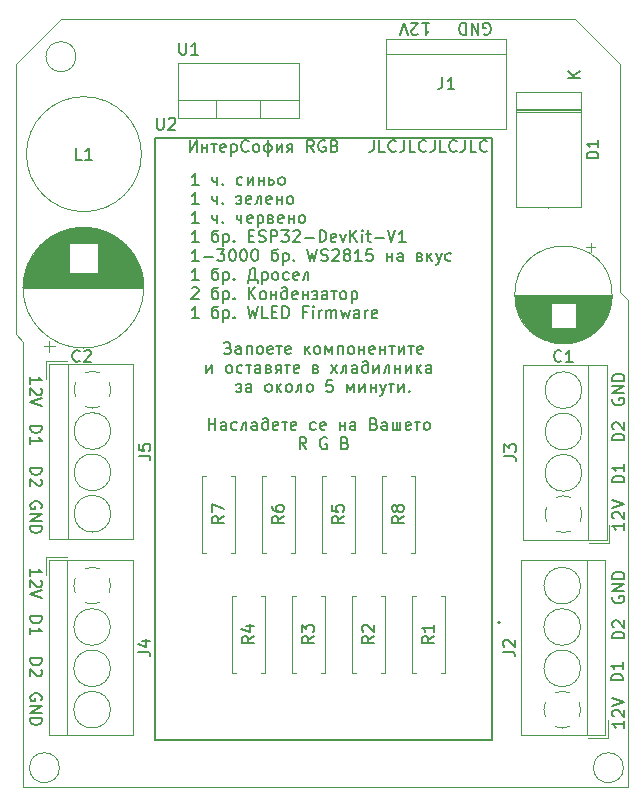
<source format=gbr>
%TF.GenerationSoftware,KiCad,Pcbnew,(6.0.9)*%
%TF.CreationDate,2023-01-02T17:12:58+02:00*%
%TF.ProjectId,ESP32_LEDCONTROLLER,45535033-325f-44c4-9544-434f4e54524f,rev?*%
%TF.SameCoordinates,Original*%
%TF.FileFunction,Legend,Top*%
%TF.FilePolarity,Positive*%
%FSLAX46Y46*%
G04 Gerber Fmt 4.6, Leading zero omitted, Abs format (unit mm)*
G04 Created by KiCad (PCBNEW (6.0.9)) date 2023-01-02 17:12:58*
%MOMM*%
%LPD*%
G01*
G04 APERTURE LIST*
%ADD10C,0.150000*%
%TA.AperFunction,Profile*%
%ADD11C,0.100000*%
%TD*%
%ADD12C,0.120000*%
%ADD13C,0.127000*%
%ADD14C,0.200000*%
G04 APERTURE END LIST*
D10*
X105545714Y-100417380D02*
X105545714Y-101417380D01*
X106117142Y-100417380D01*
X106117142Y-101417380D01*
X106593333Y-101084047D02*
X107021904Y-101084047D01*
X106593333Y-100750714D02*
X106593333Y-101417380D01*
X107021904Y-100750714D02*
X107021904Y-101417380D01*
X107355238Y-100750714D02*
X107831428Y-100750714D01*
X107593333Y-100750714D02*
X107593333Y-101417380D01*
X108545714Y-101369761D02*
X108450476Y-101417380D01*
X108260000Y-101417380D01*
X108164761Y-101369761D01*
X108117142Y-101274523D01*
X108117142Y-100893571D01*
X108164761Y-100798333D01*
X108260000Y-100750714D01*
X108450476Y-100750714D01*
X108545714Y-100798333D01*
X108593333Y-100893571D01*
X108593333Y-100988809D01*
X108117142Y-101084047D01*
X109021904Y-100750714D02*
X109021904Y-101750714D01*
X109021904Y-100798333D02*
X109117142Y-100750714D01*
X109307619Y-100750714D01*
X109402857Y-100798333D01*
X109450476Y-100845952D01*
X109498095Y-100941190D01*
X109498095Y-101226904D01*
X109450476Y-101322142D01*
X109402857Y-101369761D01*
X109307619Y-101417380D01*
X109117142Y-101417380D01*
X109021904Y-101369761D01*
X110498095Y-101322142D02*
X110450476Y-101369761D01*
X110307619Y-101417380D01*
X110212380Y-101417380D01*
X110069523Y-101369761D01*
X109974285Y-101274523D01*
X109926666Y-101179285D01*
X109879047Y-100988809D01*
X109879047Y-100845952D01*
X109926666Y-100655476D01*
X109974285Y-100560238D01*
X110069523Y-100465000D01*
X110212380Y-100417380D01*
X110307619Y-100417380D01*
X110450476Y-100465000D01*
X110498095Y-100512619D01*
X111069523Y-101417380D02*
X110974285Y-101369761D01*
X110926666Y-101322142D01*
X110879047Y-101226904D01*
X110879047Y-100941190D01*
X110926666Y-100845952D01*
X110974285Y-100798333D01*
X111069523Y-100750714D01*
X111212380Y-100750714D01*
X111307619Y-100798333D01*
X111355238Y-100845952D01*
X111402857Y-100941190D01*
X111402857Y-101226904D01*
X111355238Y-101322142D01*
X111307619Y-101369761D01*
X111212380Y-101417380D01*
X111069523Y-101417380D01*
X112117142Y-100417380D02*
X112117142Y-101750714D01*
X112021904Y-100750714D02*
X112212380Y-100750714D01*
X112307619Y-100798333D01*
X112402857Y-100893571D01*
X112450476Y-100988809D01*
X112450476Y-101179285D01*
X112402857Y-101274523D01*
X112307619Y-101369761D01*
X112212380Y-101417380D01*
X112021904Y-101417380D01*
X111926666Y-101369761D01*
X111831428Y-101274523D01*
X111783809Y-101179285D01*
X111783809Y-100988809D01*
X111831428Y-100893571D01*
X111926666Y-100798333D01*
X112021904Y-100750714D01*
X112879047Y-100750714D02*
X112879047Y-101417380D01*
X113355238Y-100750714D01*
X113355238Y-101417380D01*
X114021904Y-101131666D02*
X113783809Y-101417380D01*
X114212380Y-101417380D02*
X114212380Y-100750714D01*
X113926666Y-100750714D01*
X113831428Y-100798333D01*
X113783809Y-100893571D01*
X113783809Y-100988809D01*
X113831428Y-101084047D01*
X113926666Y-101131666D01*
X114212380Y-101131666D01*
X116021904Y-101417380D02*
X115688571Y-100941190D01*
X115450476Y-101417380D02*
X115450476Y-100417380D01*
X115831428Y-100417380D01*
X115926666Y-100465000D01*
X115974285Y-100512619D01*
X116021904Y-100607857D01*
X116021904Y-100750714D01*
X115974285Y-100845952D01*
X115926666Y-100893571D01*
X115831428Y-100941190D01*
X115450476Y-100941190D01*
X116974285Y-100465000D02*
X116879047Y-100417380D01*
X116736190Y-100417380D01*
X116593333Y-100465000D01*
X116498095Y-100560238D01*
X116450476Y-100655476D01*
X116402857Y-100845952D01*
X116402857Y-100988809D01*
X116450476Y-101179285D01*
X116498095Y-101274523D01*
X116593333Y-101369761D01*
X116736190Y-101417380D01*
X116831428Y-101417380D01*
X116974285Y-101369761D01*
X117021904Y-101322142D01*
X117021904Y-100988809D01*
X116831428Y-100988809D01*
X117783809Y-100893571D02*
X117926666Y-100941190D01*
X117974285Y-100988809D01*
X118021904Y-101084047D01*
X118021904Y-101226904D01*
X117974285Y-101322142D01*
X117926666Y-101369761D01*
X117831428Y-101417380D01*
X117450476Y-101417380D01*
X117450476Y-100417380D01*
X117783809Y-100417380D01*
X117879047Y-100465000D01*
X117926666Y-100512619D01*
X117974285Y-100607857D01*
X117974285Y-100703095D01*
X117926666Y-100798333D01*
X117879047Y-100845952D01*
X117783809Y-100893571D01*
X117450476Y-100893571D01*
X106269404Y-104207380D02*
X105697976Y-104207380D01*
X105983690Y-104207380D02*
X105983690Y-103207380D01*
X105888452Y-103350238D01*
X105793214Y-103445476D01*
X105697976Y-103493095D01*
X107793214Y-103540714D02*
X107793214Y-104207380D01*
X107412261Y-103540714D02*
X107412261Y-103778809D01*
X107459880Y-103874047D01*
X107555119Y-103921666D01*
X107793214Y-103921666D01*
X108317023Y-104112142D02*
X108364642Y-104159761D01*
X108317023Y-104207380D01*
X108269404Y-104159761D01*
X108317023Y-104112142D01*
X108317023Y-104207380D01*
X109983690Y-104159761D02*
X109888452Y-104207380D01*
X109697976Y-104207380D01*
X109602738Y-104159761D01*
X109555119Y-104112142D01*
X109507500Y-104016904D01*
X109507500Y-103731190D01*
X109555119Y-103635952D01*
X109602738Y-103588333D01*
X109697976Y-103540714D01*
X109888452Y-103540714D01*
X109983690Y-103588333D01*
X110412261Y-103540714D02*
X110412261Y-104207380D01*
X110888452Y-103540714D01*
X110888452Y-104207380D01*
X111364642Y-103874047D02*
X111793214Y-103874047D01*
X111364642Y-103540714D02*
X111364642Y-104207380D01*
X111793214Y-103540714D02*
X111793214Y-104207380D01*
X112269404Y-103540714D02*
X112269404Y-104207380D01*
X112507500Y-104207380D01*
X112602738Y-104159761D01*
X112650357Y-104064523D01*
X112650357Y-103921666D01*
X112602738Y-103826428D01*
X112507500Y-103778809D01*
X112269404Y-103778809D01*
X113221785Y-104207380D02*
X113126547Y-104159761D01*
X113078928Y-104112142D01*
X113031309Y-104016904D01*
X113031309Y-103731190D01*
X113078928Y-103635952D01*
X113126547Y-103588333D01*
X113221785Y-103540714D01*
X113364642Y-103540714D01*
X113459880Y-103588333D01*
X113507500Y-103635952D01*
X113555119Y-103731190D01*
X113555119Y-104016904D01*
X113507500Y-104112142D01*
X113459880Y-104159761D01*
X113364642Y-104207380D01*
X113221785Y-104207380D01*
X106269404Y-105817380D02*
X105697976Y-105817380D01*
X105983690Y-105817380D02*
X105983690Y-104817380D01*
X105888452Y-104960238D01*
X105793214Y-105055476D01*
X105697976Y-105103095D01*
X107793214Y-105150714D02*
X107793214Y-105817380D01*
X107412261Y-105150714D02*
X107412261Y-105388809D01*
X107459880Y-105484047D01*
X107555119Y-105531666D01*
X107793214Y-105531666D01*
X108317023Y-105722142D02*
X108364642Y-105769761D01*
X108317023Y-105817380D01*
X108269404Y-105769761D01*
X108317023Y-105722142D01*
X108317023Y-105817380D01*
X109650357Y-105484047D02*
X109745595Y-105484047D01*
X109459880Y-105198333D02*
X109555119Y-105150714D01*
X109745595Y-105150714D01*
X109840833Y-105198333D01*
X109888452Y-105293571D01*
X109888452Y-105341190D01*
X109840833Y-105436428D01*
X109745595Y-105484047D01*
X109840833Y-105531666D01*
X109888452Y-105626904D01*
X109888452Y-105674523D01*
X109840833Y-105769761D01*
X109745595Y-105817380D01*
X109555119Y-105817380D01*
X109459880Y-105769761D01*
X110697976Y-105769761D02*
X110602738Y-105817380D01*
X110412261Y-105817380D01*
X110317023Y-105769761D01*
X110269404Y-105674523D01*
X110269404Y-105293571D01*
X110317023Y-105198333D01*
X110412261Y-105150714D01*
X110602738Y-105150714D01*
X110697976Y-105198333D01*
X110745595Y-105293571D01*
X110745595Y-105388809D01*
X110269404Y-105484047D01*
X111555119Y-105817380D02*
X111555119Y-105150714D01*
X111412261Y-105150714D01*
X111317023Y-105198333D01*
X111269404Y-105293571D01*
X111221785Y-105674523D01*
X111174166Y-105769761D01*
X111078928Y-105817380D01*
X112412261Y-105769761D02*
X112317023Y-105817380D01*
X112126547Y-105817380D01*
X112031309Y-105769761D01*
X111983690Y-105674523D01*
X111983690Y-105293571D01*
X112031309Y-105198333D01*
X112126547Y-105150714D01*
X112317023Y-105150714D01*
X112412261Y-105198333D01*
X112459880Y-105293571D01*
X112459880Y-105388809D01*
X111983690Y-105484047D01*
X112888452Y-105484047D02*
X113317023Y-105484047D01*
X112888452Y-105150714D02*
X112888452Y-105817380D01*
X113317023Y-105150714D02*
X113317023Y-105817380D01*
X113936071Y-105817380D02*
X113840833Y-105769761D01*
X113793214Y-105722142D01*
X113745595Y-105626904D01*
X113745595Y-105341190D01*
X113793214Y-105245952D01*
X113840833Y-105198333D01*
X113936071Y-105150714D01*
X114078928Y-105150714D01*
X114174166Y-105198333D01*
X114221785Y-105245952D01*
X114269404Y-105341190D01*
X114269404Y-105626904D01*
X114221785Y-105722142D01*
X114174166Y-105769761D01*
X114078928Y-105817380D01*
X113936071Y-105817380D01*
X106269404Y-107427380D02*
X105697976Y-107427380D01*
X105983690Y-107427380D02*
X105983690Y-106427380D01*
X105888452Y-106570238D01*
X105793214Y-106665476D01*
X105697976Y-106713095D01*
X107793214Y-106760714D02*
X107793214Y-107427380D01*
X107412261Y-106760714D02*
X107412261Y-106998809D01*
X107459880Y-107094047D01*
X107555119Y-107141666D01*
X107793214Y-107141666D01*
X108317023Y-107332142D02*
X108364642Y-107379761D01*
X108317023Y-107427380D01*
X108269404Y-107379761D01*
X108317023Y-107332142D01*
X108317023Y-107427380D01*
X109888452Y-106760714D02*
X109888452Y-107427380D01*
X109507500Y-106760714D02*
X109507500Y-106998809D01*
X109555119Y-107094047D01*
X109650357Y-107141666D01*
X109888452Y-107141666D01*
X110793214Y-107379761D02*
X110697976Y-107427380D01*
X110507500Y-107427380D01*
X110412261Y-107379761D01*
X110364642Y-107284523D01*
X110364642Y-106903571D01*
X110412261Y-106808333D01*
X110507500Y-106760714D01*
X110697976Y-106760714D01*
X110793214Y-106808333D01*
X110840833Y-106903571D01*
X110840833Y-106998809D01*
X110364642Y-107094047D01*
X111269404Y-106760714D02*
X111269404Y-107760714D01*
X111269404Y-106808333D02*
X111364642Y-106760714D01*
X111555119Y-106760714D01*
X111650357Y-106808333D01*
X111697976Y-106855952D01*
X111745595Y-106951190D01*
X111745595Y-107236904D01*
X111697976Y-107332142D01*
X111650357Y-107379761D01*
X111555119Y-107427380D01*
X111364642Y-107427380D01*
X111269404Y-107379761D01*
X112412261Y-107094047D02*
X112555119Y-107141666D01*
X112602738Y-107236904D01*
X112602738Y-107284523D01*
X112555119Y-107379761D01*
X112459880Y-107427380D01*
X112174166Y-107427380D01*
X112174166Y-106760714D01*
X112412261Y-106760714D01*
X112507500Y-106808333D01*
X112555119Y-106903571D01*
X112555119Y-106951190D01*
X112507500Y-107046428D01*
X112412261Y-107094047D01*
X112174166Y-107094047D01*
X113412261Y-107379761D02*
X113317023Y-107427380D01*
X113126547Y-107427380D01*
X113031309Y-107379761D01*
X112983690Y-107284523D01*
X112983690Y-106903571D01*
X113031309Y-106808333D01*
X113126547Y-106760714D01*
X113317023Y-106760714D01*
X113412261Y-106808333D01*
X113459880Y-106903571D01*
X113459880Y-106998809D01*
X112983690Y-107094047D01*
X113888452Y-107094047D02*
X114317023Y-107094047D01*
X113888452Y-106760714D02*
X113888452Y-107427380D01*
X114317023Y-106760714D02*
X114317023Y-107427380D01*
X114936071Y-107427380D02*
X114840833Y-107379761D01*
X114793214Y-107332142D01*
X114745595Y-107236904D01*
X114745595Y-106951190D01*
X114793214Y-106855952D01*
X114840833Y-106808333D01*
X114936071Y-106760714D01*
X115078928Y-106760714D01*
X115174166Y-106808333D01*
X115221785Y-106855952D01*
X115269404Y-106951190D01*
X115269404Y-107236904D01*
X115221785Y-107332142D01*
X115174166Y-107379761D01*
X115078928Y-107427380D01*
X114936071Y-107427380D01*
X106269404Y-109037380D02*
X105697976Y-109037380D01*
X105983690Y-109037380D02*
X105983690Y-108037380D01*
X105888452Y-108180238D01*
X105793214Y-108275476D01*
X105697976Y-108323095D01*
X107936071Y-107989761D02*
X107888452Y-108037380D01*
X107793214Y-108085000D01*
X107602738Y-108085000D01*
X107507500Y-108132619D01*
X107459880Y-108180238D01*
X107412261Y-108275476D01*
X107412261Y-108846904D01*
X107459880Y-108942142D01*
X107507500Y-108989761D01*
X107602738Y-109037380D01*
X107745595Y-109037380D01*
X107840833Y-108989761D01*
X107888452Y-108942142D01*
X107936071Y-108846904D01*
X107936071Y-108561190D01*
X107888452Y-108465952D01*
X107840833Y-108418333D01*
X107745595Y-108370714D01*
X107555119Y-108370714D01*
X107459880Y-108418333D01*
X107412261Y-108465952D01*
X108364642Y-108370714D02*
X108364642Y-109370714D01*
X108364642Y-108418333D02*
X108459880Y-108370714D01*
X108650357Y-108370714D01*
X108745595Y-108418333D01*
X108793214Y-108465952D01*
X108840833Y-108561190D01*
X108840833Y-108846904D01*
X108793214Y-108942142D01*
X108745595Y-108989761D01*
X108650357Y-109037380D01*
X108459880Y-109037380D01*
X108364642Y-108989761D01*
X109269404Y-108942142D02*
X109317023Y-108989761D01*
X109269404Y-109037380D01*
X109221785Y-108989761D01*
X109269404Y-108942142D01*
X109269404Y-109037380D01*
X110507500Y-108513571D02*
X110840833Y-108513571D01*
X110983690Y-109037380D02*
X110507500Y-109037380D01*
X110507500Y-108037380D01*
X110983690Y-108037380D01*
X111364642Y-108989761D02*
X111507500Y-109037380D01*
X111745595Y-109037380D01*
X111840833Y-108989761D01*
X111888452Y-108942142D01*
X111936071Y-108846904D01*
X111936071Y-108751666D01*
X111888452Y-108656428D01*
X111840833Y-108608809D01*
X111745595Y-108561190D01*
X111555119Y-108513571D01*
X111459880Y-108465952D01*
X111412261Y-108418333D01*
X111364642Y-108323095D01*
X111364642Y-108227857D01*
X111412261Y-108132619D01*
X111459880Y-108085000D01*
X111555119Y-108037380D01*
X111793214Y-108037380D01*
X111936071Y-108085000D01*
X112364642Y-109037380D02*
X112364642Y-108037380D01*
X112745595Y-108037380D01*
X112840833Y-108085000D01*
X112888452Y-108132619D01*
X112936071Y-108227857D01*
X112936071Y-108370714D01*
X112888452Y-108465952D01*
X112840833Y-108513571D01*
X112745595Y-108561190D01*
X112364642Y-108561190D01*
X113269404Y-108037380D02*
X113888452Y-108037380D01*
X113555119Y-108418333D01*
X113697976Y-108418333D01*
X113793214Y-108465952D01*
X113840833Y-108513571D01*
X113888452Y-108608809D01*
X113888452Y-108846904D01*
X113840833Y-108942142D01*
X113793214Y-108989761D01*
X113697976Y-109037380D01*
X113412261Y-109037380D01*
X113317023Y-108989761D01*
X113269404Y-108942142D01*
X114269404Y-108132619D02*
X114317023Y-108085000D01*
X114412261Y-108037380D01*
X114650357Y-108037380D01*
X114745595Y-108085000D01*
X114793214Y-108132619D01*
X114840833Y-108227857D01*
X114840833Y-108323095D01*
X114793214Y-108465952D01*
X114221785Y-109037380D01*
X114840833Y-109037380D01*
X115269404Y-108656428D02*
X116031309Y-108656428D01*
X116507500Y-109037380D02*
X116507500Y-108037380D01*
X116745595Y-108037380D01*
X116888452Y-108085000D01*
X116983690Y-108180238D01*
X117031309Y-108275476D01*
X117078928Y-108465952D01*
X117078928Y-108608809D01*
X117031309Y-108799285D01*
X116983690Y-108894523D01*
X116888452Y-108989761D01*
X116745595Y-109037380D01*
X116507500Y-109037380D01*
X117888452Y-108989761D02*
X117793214Y-109037380D01*
X117602738Y-109037380D01*
X117507500Y-108989761D01*
X117459880Y-108894523D01*
X117459880Y-108513571D01*
X117507500Y-108418333D01*
X117602738Y-108370714D01*
X117793214Y-108370714D01*
X117888452Y-108418333D01*
X117936071Y-108513571D01*
X117936071Y-108608809D01*
X117459880Y-108704047D01*
X118269404Y-108370714D02*
X118507500Y-109037380D01*
X118745595Y-108370714D01*
X119126547Y-109037380D02*
X119126547Y-108037380D01*
X119697976Y-109037380D02*
X119269404Y-108465952D01*
X119697976Y-108037380D02*
X119126547Y-108608809D01*
X120126547Y-109037380D02*
X120126547Y-108370714D01*
X120126547Y-108037380D02*
X120078928Y-108085000D01*
X120126547Y-108132619D01*
X120174166Y-108085000D01*
X120126547Y-108037380D01*
X120126547Y-108132619D01*
X120459880Y-108370714D02*
X120840833Y-108370714D01*
X120602738Y-108037380D02*
X120602738Y-108894523D01*
X120650357Y-108989761D01*
X120745595Y-109037380D01*
X120840833Y-109037380D01*
X121174166Y-108656428D02*
X121936071Y-108656428D01*
X122269404Y-108037380D02*
X122602738Y-109037380D01*
X122936071Y-108037380D01*
X123793214Y-109037380D02*
X123221785Y-109037380D01*
X123507500Y-109037380D02*
X123507500Y-108037380D01*
X123412261Y-108180238D01*
X123317023Y-108275476D01*
X123221785Y-108323095D01*
X106269404Y-110647380D02*
X105697976Y-110647380D01*
X105983690Y-110647380D02*
X105983690Y-109647380D01*
X105888452Y-109790238D01*
X105793214Y-109885476D01*
X105697976Y-109933095D01*
X106697976Y-110266428D02*
X107459880Y-110266428D01*
X107840833Y-109647380D02*
X108459880Y-109647380D01*
X108126547Y-110028333D01*
X108269404Y-110028333D01*
X108364642Y-110075952D01*
X108412261Y-110123571D01*
X108459880Y-110218809D01*
X108459880Y-110456904D01*
X108412261Y-110552142D01*
X108364642Y-110599761D01*
X108269404Y-110647380D01*
X107983690Y-110647380D01*
X107888452Y-110599761D01*
X107840833Y-110552142D01*
X109078928Y-109647380D02*
X109174166Y-109647380D01*
X109269404Y-109695000D01*
X109317023Y-109742619D01*
X109364642Y-109837857D01*
X109412261Y-110028333D01*
X109412261Y-110266428D01*
X109364642Y-110456904D01*
X109317023Y-110552142D01*
X109269404Y-110599761D01*
X109174166Y-110647380D01*
X109078928Y-110647380D01*
X108983690Y-110599761D01*
X108936071Y-110552142D01*
X108888452Y-110456904D01*
X108840833Y-110266428D01*
X108840833Y-110028333D01*
X108888452Y-109837857D01*
X108936071Y-109742619D01*
X108983690Y-109695000D01*
X109078928Y-109647380D01*
X110031309Y-109647380D02*
X110126547Y-109647380D01*
X110221785Y-109695000D01*
X110269404Y-109742619D01*
X110317023Y-109837857D01*
X110364642Y-110028333D01*
X110364642Y-110266428D01*
X110317023Y-110456904D01*
X110269404Y-110552142D01*
X110221785Y-110599761D01*
X110126547Y-110647380D01*
X110031309Y-110647380D01*
X109936071Y-110599761D01*
X109888452Y-110552142D01*
X109840833Y-110456904D01*
X109793214Y-110266428D01*
X109793214Y-110028333D01*
X109840833Y-109837857D01*
X109888452Y-109742619D01*
X109936071Y-109695000D01*
X110031309Y-109647380D01*
X110983690Y-109647380D02*
X111078928Y-109647380D01*
X111174166Y-109695000D01*
X111221785Y-109742619D01*
X111269404Y-109837857D01*
X111317023Y-110028333D01*
X111317023Y-110266428D01*
X111269404Y-110456904D01*
X111221785Y-110552142D01*
X111174166Y-110599761D01*
X111078928Y-110647380D01*
X110983690Y-110647380D01*
X110888452Y-110599761D01*
X110840833Y-110552142D01*
X110793214Y-110456904D01*
X110745595Y-110266428D01*
X110745595Y-110028333D01*
X110793214Y-109837857D01*
X110840833Y-109742619D01*
X110888452Y-109695000D01*
X110983690Y-109647380D01*
X112983690Y-109599761D02*
X112936071Y-109647380D01*
X112840833Y-109695000D01*
X112650357Y-109695000D01*
X112555119Y-109742619D01*
X112507500Y-109790238D01*
X112459880Y-109885476D01*
X112459880Y-110456904D01*
X112507500Y-110552142D01*
X112555119Y-110599761D01*
X112650357Y-110647380D01*
X112793214Y-110647380D01*
X112888452Y-110599761D01*
X112936071Y-110552142D01*
X112983690Y-110456904D01*
X112983690Y-110171190D01*
X112936071Y-110075952D01*
X112888452Y-110028333D01*
X112793214Y-109980714D01*
X112602738Y-109980714D01*
X112507500Y-110028333D01*
X112459880Y-110075952D01*
X113412261Y-109980714D02*
X113412261Y-110980714D01*
X113412261Y-110028333D02*
X113507500Y-109980714D01*
X113697976Y-109980714D01*
X113793214Y-110028333D01*
X113840833Y-110075952D01*
X113888452Y-110171190D01*
X113888452Y-110456904D01*
X113840833Y-110552142D01*
X113793214Y-110599761D01*
X113697976Y-110647380D01*
X113507500Y-110647380D01*
X113412261Y-110599761D01*
X114317023Y-110552142D02*
X114364642Y-110599761D01*
X114317023Y-110647380D01*
X114269404Y-110599761D01*
X114317023Y-110552142D01*
X114317023Y-110647380D01*
X115459880Y-109647380D02*
X115697976Y-110647380D01*
X115888452Y-109933095D01*
X116078928Y-110647380D01*
X116317023Y-109647380D01*
X116650357Y-110599761D02*
X116793214Y-110647380D01*
X117031309Y-110647380D01*
X117126547Y-110599761D01*
X117174166Y-110552142D01*
X117221785Y-110456904D01*
X117221785Y-110361666D01*
X117174166Y-110266428D01*
X117126547Y-110218809D01*
X117031309Y-110171190D01*
X116840833Y-110123571D01*
X116745595Y-110075952D01*
X116697976Y-110028333D01*
X116650357Y-109933095D01*
X116650357Y-109837857D01*
X116697976Y-109742619D01*
X116745595Y-109695000D01*
X116840833Y-109647380D01*
X117078928Y-109647380D01*
X117221785Y-109695000D01*
X117602738Y-109742619D02*
X117650357Y-109695000D01*
X117745595Y-109647380D01*
X117983690Y-109647380D01*
X118078928Y-109695000D01*
X118126547Y-109742619D01*
X118174166Y-109837857D01*
X118174166Y-109933095D01*
X118126547Y-110075952D01*
X117555119Y-110647380D01*
X118174166Y-110647380D01*
X118745595Y-110075952D02*
X118650357Y-110028333D01*
X118602738Y-109980714D01*
X118555119Y-109885476D01*
X118555119Y-109837857D01*
X118602738Y-109742619D01*
X118650357Y-109695000D01*
X118745595Y-109647380D01*
X118936071Y-109647380D01*
X119031309Y-109695000D01*
X119078928Y-109742619D01*
X119126547Y-109837857D01*
X119126547Y-109885476D01*
X119078928Y-109980714D01*
X119031309Y-110028333D01*
X118936071Y-110075952D01*
X118745595Y-110075952D01*
X118650357Y-110123571D01*
X118602738Y-110171190D01*
X118555119Y-110266428D01*
X118555119Y-110456904D01*
X118602738Y-110552142D01*
X118650357Y-110599761D01*
X118745595Y-110647380D01*
X118936071Y-110647380D01*
X119031309Y-110599761D01*
X119078928Y-110552142D01*
X119126547Y-110456904D01*
X119126547Y-110266428D01*
X119078928Y-110171190D01*
X119031309Y-110123571D01*
X118936071Y-110075952D01*
X120078928Y-110647380D02*
X119507500Y-110647380D01*
X119793214Y-110647380D02*
X119793214Y-109647380D01*
X119697976Y-109790238D01*
X119602738Y-109885476D01*
X119507500Y-109933095D01*
X120983690Y-109647380D02*
X120507500Y-109647380D01*
X120459880Y-110123571D01*
X120507500Y-110075952D01*
X120602738Y-110028333D01*
X120840833Y-110028333D01*
X120936071Y-110075952D01*
X120983690Y-110123571D01*
X121031309Y-110218809D01*
X121031309Y-110456904D01*
X120983690Y-110552142D01*
X120936071Y-110599761D01*
X120840833Y-110647380D01*
X120602738Y-110647380D01*
X120507500Y-110599761D01*
X120459880Y-110552142D01*
X122221785Y-110314047D02*
X122650357Y-110314047D01*
X122221785Y-109980714D02*
X122221785Y-110647380D01*
X122650357Y-109980714D02*
X122650357Y-110647380D01*
X123555119Y-110647380D02*
X123555119Y-110123571D01*
X123507500Y-110028333D01*
X123412261Y-109980714D01*
X123221785Y-109980714D01*
X123126547Y-110028333D01*
X123555119Y-110599761D02*
X123459880Y-110647380D01*
X123221785Y-110647380D01*
X123126547Y-110599761D01*
X123078928Y-110504523D01*
X123078928Y-110409285D01*
X123126547Y-110314047D01*
X123221785Y-110266428D01*
X123459880Y-110266428D01*
X123555119Y-110218809D01*
X125031309Y-110314047D02*
X125174166Y-110361666D01*
X125221785Y-110456904D01*
X125221785Y-110504523D01*
X125174166Y-110599761D01*
X125078928Y-110647380D01*
X124793214Y-110647380D01*
X124793214Y-109980714D01*
X125031309Y-109980714D01*
X125126547Y-110028333D01*
X125174166Y-110123571D01*
X125174166Y-110171190D01*
X125126547Y-110266428D01*
X125031309Y-110314047D01*
X124793214Y-110314047D01*
X125650357Y-109980714D02*
X125650357Y-110647380D01*
X125745595Y-110266428D02*
X126031309Y-110647380D01*
X126031309Y-109980714D02*
X125650357Y-110361666D01*
X126364642Y-109980714D02*
X126602738Y-110647380D01*
X126840833Y-109980714D02*
X126602738Y-110647380D01*
X126507500Y-110885476D01*
X126459880Y-110933095D01*
X126364642Y-110980714D01*
X127650357Y-110599761D02*
X127555119Y-110647380D01*
X127364642Y-110647380D01*
X127269404Y-110599761D01*
X127221785Y-110552142D01*
X127174166Y-110456904D01*
X127174166Y-110171190D01*
X127221785Y-110075952D01*
X127269404Y-110028333D01*
X127364642Y-109980714D01*
X127555119Y-109980714D01*
X127650357Y-110028333D01*
X106269404Y-112257380D02*
X105697976Y-112257380D01*
X105983690Y-112257380D02*
X105983690Y-111257380D01*
X105888452Y-111400238D01*
X105793214Y-111495476D01*
X105697976Y-111543095D01*
X107936071Y-111209761D02*
X107888452Y-111257380D01*
X107793214Y-111305000D01*
X107602738Y-111305000D01*
X107507500Y-111352619D01*
X107459880Y-111400238D01*
X107412261Y-111495476D01*
X107412261Y-112066904D01*
X107459880Y-112162142D01*
X107507500Y-112209761D01*
X107602738Y-112257380D01*
X107745595Y-112257380D01*
X107840833Y-112209761D01*
X107888452Y-112162142D01*
X107936071Y-112066904D01*
X107936071Y-111781190D01*
X107888452Y-111685952D01*
X107840833Y-111638333D01*
X107745595Y-111590714D01*
X107555119Y-111590714D01*
X107459880Y-111638333D01*
X107412261Y-111685952D01*
X108364642Y-111590714D02*
X108364642Y-112590714D01*
X108364642Y-111638333D02*
X108459880Y-111590714D01*
X108650357Y-111590714D01*
X108745595Y-111638333D01*
X108793214Y-111685952D01*
X108840833Y-111781190D01*
X108840833Y-112066904D01*
X108793214Y-112162142D01*
X108745595Y-112209761D01*
X108650357Y-112257380D01*
X108459880Y-112257380D01*
X108364642Y-112209761D01*
X109269404Y-112162142D02*
X109317023Y-112209761D01*
X109269404Y-112257380D01*
X109221785Y-112209761D01*
X109269404Y-112162142D01*
X109269404Y-112257380D01*
X111269404Y-112495476D02*
X111269404Y-112257380D01*
X110412261Y-112257380D01*
X110412261Y-112495476D01*
X111078928Y-112257380D02*
X111078928Y-111257380D01*
X110840833Y-111257380D01*
X110745595Y-111305000D01*
X110697976Y-111352619D01*
X110650357Y-111447857D01*
X110555119Y-112257380D01*
X111650357Y-111590714D02*
X111650357Y-112590714D01*
X111650357Y-111638333D02*
X111745595Y-111590714D01*
X111936071Y-111590714D01*
X112031309Y-111638333D01*
X112078928Y-111685952D01*
X112126547Y-111781190D01*
X112126547Y-112066904D01*
X112078928Y-112162142D01*
X112031309Y-112209761D01*
X111936071Y-112257380D01*
X111745595Y-112257380D01*
X111650357Y-112209761D01*
X112697976Y-112257380D02*
X112602738Y-112209761D01*
X112555119Y-112162142D01*
X112507500Y-112066904D01*
X112507500Y-111781190D01*
X112555119Y-111685952D01*
X112602738Y-111638333D01*
X112697976Y-111590714D01*
X112840833Y-111590714D01*
X112936071Y-111638333D01*
X112983690Y-111685952D01*
X113031309Y-111781190D01*
X113031309Y-112066904D01*
X112983690Y-112162142D01*
X112936071Y-112209761D01*
X112840833Y-112257380D01*
X112697976Y-112257380D01*
X113888452Y-112209761D02*
X113793214Y-112257380D01*
X113602738Y-112257380D01*
X113507500Y-112209761D01*
X113459880Y-112162142D01*
X113412261Y-112066904D01*
X113412261Y-111781190D01*
X113459880Y-111685952D01*
X113507500Y-111638333D01*
X113602738Y-111590714D01*
X113793214Y-111590714D01*
X113888452Y-111638333D01*
X114697976Y-112209761D02*
X114602738Y-112257380D01*
X114412261Y-112257380D01*
X114317023Y-112209761D01*
X114269404Y-112114523D01*
X114269404Y-111733571D01*
X114317023Y-111638333D01*
X114412261Y-111590714D01*
X114602738Y-111590714D01*
X114697976Y-111638333D01*
X114745595Y-111733571D01*
X114745595Y-111828809D01*
X114269404Y-111924047D01*
X115555119Y-112257380D02*
X115555119Y-111590714D01*
X115412261Y-111590714D01*
X115317023Y-111638333D01*
X115269404Y-111733571D01*
X115221785Y-112114523D01*
X115174166Y-112209761D01*
X115078928Y-112257380D01*
X105697976Y-112962619D02*
X105745595Y-112915000D01*
X105840833Y-112867380D01*
X106078928Y-112867380D01*
X106174166Y-112915000D01*
X106221785Y-112962619D01*
X106269404Y-113057857D01*
X106269404Y-113153095D01*
X106221785Y-113295952D01*
X105650357Y-113867380D01*
X106269404Y-113867380D01*
X107936071Y-112819761D02*
X107888452Y-112867380D01*
X107793214Y-112915000D01*
X107602738Y-112915000D01*
X107507500Y-112962619D01*
X107459880Y-113010238D01*
X107412261Y-113105476D01*
X107412261Y-113676904D01*
X107459880Y-113772142D01*
X107507500Y-113819761D01*
X107602738Y-113867380D01*
X107745595Y-113867380D01*
X107840833Y-113819761D01*
X107888452Y-113772142D01*
X107936071Y-113676904D01*
X107936071Y-113391190D01*
X107888452Y-113295952D01*
X107840833Y-113248333D01*
X107745595Y-113200714D01*
X107555119Y-113200714D01*
X107459880Y-113248333D01*
X107412261Y-113295952D01*
X108364642Y-113200714D02*
X108364642Y-114200714D01*
X108364642Y-113248333D02*
X108459880Y-113200714D01*
X108650357Y-113200714D01*
X108745595Y-113248333D01*
X108793214Y-113295952D01*
X108840833Y-113391190D01*
X108840833Y-113676904D01*
X108793214Y-113772142D01*
X108745595Y-113819761D01*
X108650357Y-113867380D01*
X108459880Y-113867380D01*
X108364642Y-113819761D01*
X109269404Y-113772142D02*
X109317023Y-113819761D01*
X109269404Y-113867380D01*
X109221785Y-113819761D01*
X109269404Y-113772142D01*
X109269404Y-113867380D01*
X110507500Y-113867380D02*
X110507500Y-112867380D01*
X111078928Y-113867380D02*
X110650357Y-113295952D01*
X111078928Y-112867380D02*
X110507500Y-113438809D01*
X111650357Y-113867380D02*
X111555119Y-113819761D01*
X111507500Y-113772142D01*
X111459880Y-113676904D01*
X111459880Y-113391190D01*
X111507500Y-113295952D01*
X111555119Y-113248333D01*
X111650357Y-113200714D01*
X111793214Y-113200714D01*
X111888452Y-113248333D01*
X111936071Y-113295952D01*
X111983690Y-113391190D01*
X111983690Y-113676904D01*
X111936071Y-113772142D01*
X111888452Y-113819761D01*
X111793214Y-113867380D01*
X111650357Y-113867380D01*
X112412261Y-113534047D02*
X112840833Y-113534047D01*
X112412261Y-113200714D02*
X112412261Y-113867380D01*
X112840833Y-113200714D02*
X112840833Y-113867380D01*
X113793214Y-113295952D02*
X113745595Y-113248333D01*
X113650357Y-113200714D01*
X113459880Y-113200714D01*
X113364642Y-113248333D01*
X113317023Y-113295952D01*
X113269404Y-113391190D01*
X113269404Y-113676904D01*
X113317023Y-113772142D01*
X113364642Y-113819761D01*
X113459880Y-113867380D01*
X113602738Y-113867380D01*
X113697976Y-113819761D01*
X113745595Y-113772142D01*
X113793214Y-113676904D01*
X113793214Y-113057857D01*
X113745595Y-112962619D01*
X113697976Y-112915000D01*
X113602738Y-112867380D01*
X113412261Y-112867380D01*
X113317023Y-112915000D01*
X114602738Y-113819761D02*
X114507500Y-113867380D01*
X114317023Y-113867380D01*
X114221785Y-113819761D01*
X114174166Y-113724523D01*
X114174166Y-113343571D01*
X114221785Y-113248333D01*
X114317023Y-113200714D01*
X114507500Y-113200714D01*
X114602738Y-113248333D01*
X114650357Y-113343571D01*
X114650357Y-113438809D01*
X114174166Y-113534047D01*
X115078928Y-113534047D02*
X115507500Y-113534047D01*
X115078928Y-113200714D02*
X115078928Y-113867380D01*
X115507500Y-113200714D02*
X115507500Y-113867380D01*
X116078928Y-113534047D02*
X116174166Y-113534047D01*
X115888452Y-113248333D02*
X115983690Y-113200714D01*
X116174166Y-113200714D01*
X116269404Y-113248333D01*
X116317023Y-113343571D01*
X116317023Y-113391190D01*
X116269404Y-113486428D01*
X116174166Y-113534047D01*
X116269404Y-113581666D01*
X116317023Y-113676904D01*
X116317023Y-113724523D01*
X116269404Y-113819761D01*
X116174166Y-113867380D01*
X115983690Y-113867380D01*
X115888452Y-113819761D01*
X117174166Y-113867380D02*
X117174166Y-113343571D01*
X117126547Y-113248333D01*
X117031309Y-113200714D01*
X116840833Y-113200714D01*
X116745595Y-113248333D01*
X117174166Y-113819761D02*
X117078928Y-113867380D01*
X116840833Y-113867380D01*
X116745595Y-113819761D01*
X116697976Y-113724523D01*
X116697976Y-113629285D01*
X116745595Y-113534047D01*
X116840833Y-113486428D01*
X117078928Y-113486428D01*
X117174166Y-113438809D01*
X117507500Y-113200714D02*
X117983690Y-113200714D01*
X117745595Y-113200714D02*
X117745595Y-113867380D01*
X118459880Y-113867380D02*
X118364642Y-113819761D01*
X118317023Y-113772142D01*
X118269404Y-113676904D01*
X118269404Y-113391190D01*
X118317023Y-113295952D01*
X118364642Y-113248333D01*
X118459880Y-113200714D01*
X118602738Y-113200714D01*
X118697976Y-113248333D01*
X118745595Y-113295952D01*
X118793214Y-113391190D01*
X118793214Y-113676904D01*
X118745595Y-113772142D01*
X118697976Y-113819761D01*
X118602738Y-113867380D01*
X118459880Y-113867380D01*
X119221785Y-113200714D02*
X119221785Y-114200714D01*
X119221785Y-113248333D02*
X119317023Y-113200714D01*
X119507500Y-113200714D01*
X119602738Y-113248333D01*
X119650357Y-113295952D01*
X119697976Y-113391190D01*
X119697976Y-113676904D01*
X119650357Y-113772142D01*
X119602738Y-113819761D01*
X119507500Y-113867380D01*
X119317023Y-113867380D01*
X119221785Y-113819761D01*
X106269404Y-115477380D02*
X105697976Y-115477380D01*
X105983690Y-115477380D02*
X105983690Y-114477380D01*
X105888452Y-114620238D01*
X105793214Y-114715476D01*
X105697976Y-114763095D01*
X107936071Y-114429761D02*
X107888452Y-114477380D01*
X107793214Y-114525000D01*
X107602738Y-114525000D01*
X107507500Y-114572619D01*
X107459880Y-114620238D01*
X107412261Y-114715476D01*
X107412261Y-115286904D01*
X107459880Y-115382142D01*
X107507500Y-115429761D01*
X107602738Y-115477380D01*
X107745595Y-115477380D01*
X107840833Y-115429761D01*
X107888452Y-115382142D01*
X107936071Y-115286904D01*
X107936071Y-115001190D01*
X107888452Y-114905952D01*
X107840833Y-114858333D01*
X107745595Y-114810714D01*
X107555119Y-114810714D01*
X107459880Y-114858333D01*
X107412261Y-114905952D01*
X108364642Y-114810714D02*
X108364642Y-115810714D01*
X108364642Y-114858333D02*
X108459880Y-114810714D01*
X108650357Y-114810714D01*
X108745595Y-114858333D01*
X108793214Y-114905952D01*
X108840833Y-115001190D01*
X108840833Y-115286904D01*
X108793214Y-115382142D01*
X108745595Y-115429761D01*
X108650357Y-115477380D01*
X108459880Y-115477380D01*
X108364642Y-115429761D01*
X109269404Y-115382142D02*
X109317023Y-115429761D01*
X109269404Y-115477380D01*
X109221785Y-115429761D01*
X109269404Y-115382142D01*
X109269404Y-115477380D01*
X110412261Y-114477380D02*
X110650357Y-115477380D01*
X110840833Y-114763095D01*
X111031309Y-115477380D01*
X111269404Y-114477380D01*
X112126547Y-115477380D02*
X111650357Y-115477380D01*
X111650357Y-114477380D01*
X112459880Y-114953571D02*
X112793214Y-114953571D01*
X112936071Y-115477380D02*
X112459880Y-115477380D01*
X112459880Y-114477380D01*
X112936071Y-114477380D01*
X113364642Y-115477380D02*
X113364642Y-114477380D01*
X113602738Y-114477380D01*
X113745595Y-114525000D01*
X113840833Y-114620238D01*
X113888452Y-114715476D01*
X113936071Y-114905952D01*
X113936071Y-115048809D01*
X113888452Y-115239285D01*
X113840833Y-115334523D01*
X113745595Y-115429761D01*
X113602738Y-115477380D01*
X113364642Y-115477380D01*
X115459880Y-114953571D02*
X115126547Y-114953571D01*
X115126547Y-115477380D02*
X115126547Y-114477380D01*
X115602738Y-114477380D01*
X115983690Y-115477380D02*
X115983690Y-114810714D01*
X115983690Y-114477380D02*
X115936071Y-114525000D01*
X115983690Y-114572619D01*
X116031309Y-114525000D01*
X115983690Y-114477380D01*
X115983690Y-114572619D01*
X116459880Y-115477380D02*
X116459880Y-114810714D01*
X116459880Y-115001190D02*
X116507500Y-114905952D01*
X116555119Y-114858333D01*
X116650357Y-114810714D01*
X116745595Y-114810714D01*
X117078928Y-115477380D02*
X117078928Y-114810714D01*
X117078928Y-114905952D02*
X117126547Y-114858333D01*
X117221785Y-114810714D01*
X117364642Y-114810714D01*
X117459880Y-114858333D01*
X117507500Y-114953571D01*
X117507500Y-115477380D01*
X117507500Y-114953571D02*
X117555119Y-114858333D01*
X117650357Y-114810714D01*
X117793214Y-114810714D01*
X117888452Y-114858333D01*
X117936071Y-114953571D01*
X117936071Y-115477380D01*
X118317023Y-114810714D02*
X118507500Y-115477380D01*
X118697976Y-115001190D01*
X118888452Y-115477380D01*
X119078928Y-114810714D01*
X119888452Y-115477380D02*
X119888452Y-114953571D01*
X119840833Y-114858333D01*
X119745595Y-114810714D01*
X119555119Y-114810714D01*
X119459880Y-114858333D01*
X119888452Y-115429761D02*
X119793214Y-115477380D01*
X119555119Y-115477380D01*
X119459880Y-115429761D01*
X119412261Y-115334523D01*
X119412261Y-115239285D01*
X119459880Y-115144047D01*
X119555119Y-115096428D01*
X119793214Y-115096428D01*
X119888452Y-115048809D01*
X120364642Y-115477380D02*
X120364642Y-114810714D01*
X120364642Y-115001190D02*
X120412261Y-114905952D01*
X120459880Y-114858333D01*
X120555119Y-114810714D01*
X120650357Y-114810714D01*
X121364642Y-115429761D02*
X121269404Y-115477380D01*
X121078928Y-115477380D01*
X120983690Y-115429761D01*
X120936071Y-115334523D01*
X120936071Y-114953571D01*
X120983690Y-114858333D01*
X121078928Y-114810714D01*
X121269404Y-114810714D01*
X121364642Y-114858333D01*
X121412261Y-114953571D01*
X121412261Y-115048809D01*
X120936071Y-115144047D01*
X108578095Y-117993571D02*
X108768571Y-117993571D01*
X108435238Y-117565000D02*
X108530476Y-117517380D01*
X108768571Y-117517380D01*
X108863809Y-117565000D01*
X108911428Y-117612619D01*
X108959047Y-117707857D01*
X108959047Y-117803095D01*
X108911428Y-117898333D01*
X108863809Y-117945952D01*
X108768571Y-117993571D01*
X108911428Y-118041190D01*
X108959047Y-118088809D01*
X109006666Y-118184047D01*
X109006666Y-118326904D01*
X108959047Y-118422142D01*
X108911428Y-118469761D01*
X108816190Y-118517380D01*
X108530476Y-118517380D01*
X108435238Y-118469761D01*
X109863809Y-118517380D02*
X109863809Y-117993571D01*
X109816190Y-117898333D01*
X109720952Y-117850714D01*
X109530476Y-117850714D01*
X109435238Y-117898333D01*
X109863809Y-118469761D02*
X109768571Y-118517380D01*
X109530476Y-118517380D01*
X109435238Y-118469761D01*
X109387619Y-118374523D01*
X109387619Y-118279285D01*
X109435238Y-118184047D01*
X109530476Y-118136428D01*
X109768571Y-118136428D01*
X109863809Y-118088809D01*
X110340000Y-118517380D02*
X110340000Y-117850714D01*
X110768571Y-117850714D01*
X110768571Y-118517380D01*
X111387619Y-118517380D02*
X111292380Y-118469761D01*
X111244761Y-118422142D01*
X111197142Y-118326904D01*
X111197142Y-118041190D01*
X111244761Y-117945952D01*
X111292380Y-117898333D01*
X111387619Y-117850714D01*
X111530476Y-117850714D01*
X111625714Y-117898333D01*
X111673333Y-117945952D01*
X111720952Y-118041190D01*
X111720952Y-118326904D01*
X111673333Y-118422142D01*
X111625714Y-118469761D01*
X111530476Y-118517380D01*
X111387619Y-118517380D01*
X112530476Y-118469761D02*
X112435238Y-118517380D01*
X112244761Y-118517380D01*
X112149523Y-118469761D01*
X112101904Y-118374523D01*
X112101904Y-117993571D01*
X112149523Y-117898333D01*
X112244761Y-117850714D01*
X112435238Y-117850714D01*
X112530476Y-117898333D01*
X112578095Y-117993571D01*
X112578095Y-118088809D01*
X112101904Y-118184047D01*
X112863809Y-117850714D02*
X113340000Y-117850714D01*
X113101904Y-117850714D02*
X113101904Y-118517380D01*
X114054285Y-118469761D02*
X113959047Y-118517380D01*
X113768571Y-118517380D01*
X113673333Y-118469761D01*
X113625714Y-118374523D01*
X113625714Y-117993571D01*
X113673333Y-117898333D01*
X113768571Y-117850714D01*
X113959047Y-117850714D01*
X114054285Y-117898333D01*
X114101904Y-117993571D01*
X114101904Y-118088809D01*
X113625714Y-118184047D01*
X115292380Y-117850714D02*
X115292380Y-118517380D01*
X115387619Y-118136428D02*
X115673333Y-118517380D01*
X115673333Y-117850714D02*
X115292380Y-118231666D01*
X116244761Y-118517380D02*
X116149523Y-118469761D01*
X116101904Y-118422142D01*
X116054285Y-118326904D01*
X116054285Y-118041190D01*
X116101904Y-117945952D01*
X116149523Y-117898333D01*
X116244761Y-117850714D01*
X116387619Y-117850714D01*
X116482857Y-117898333D01*
X116530476Y-117945952D01*
X116578095Y-118041190D01*
X116578095Y-118326904D01*
X116530476Y-118422142D01*
X116482857Y-118469761D01*
X116387619Y-118517380D01*
X116244761Y-118517380D01*
X117006666Y-118517380D02*
X117006666Y-117850714D01*
X117292380Y-118374523D01*
X117578095Y-117850714D01*
X117578095Y-118517380D01*
X118054285Y-118517380D02*
X118054285Y-117850714D01*
X118482857Y-117850714D01*
X118482857Y-118517380D01*
X119101904Y-118517380D02*
X119006666Y-118469761D01*
X118959047Y-118422142D01*
X118911428Y-118326904D01*
X118911428Y-118041190D01*
X118959047Y-117945952D01*
X119006666Y-117898333D01*
X119101904Y-117850714D01*
X119244761Y-117850714D01*
X119340000Y-117898333D01*
X119387619Y-117945952D01*
X119435238Y-118041190D01*
X119435238Y-118326904D01*
X119387619Y-118422142D01*
X119340000Y-118469761D01*
X119244761Y-118517380D01*
X119101904Y-118517380D01*
X119863809Y-118184047D02*
X120292380Y-118184047D01*
X119863809Y-117850714D02*
X119863809Y-118517380D01*
X120292380Y-117850714D02*
X120292380Y-118517380D01*
X121149523Y-118469761D02*
X121054285Y-118517380D01*
X120863809Y-118517380D01*
X120768571Y-118469761D01*
X120720952Y-118374523D01*
X120720952Y-117993571D01*
X120768571Y-117898333D01*
X120863809Y-117850714D01*
X121054285Y-117850714D01*
X121149523Y-117898333D01*
X121197142Y-117993571D01*
X121197142Y-118088809D01*
X120720952Y-118184047D01*
X121625714Y-118184047D02*
X122054285Y-118184047D01*
X121625714Y-117850714D02*
X121625714Y-118517380D01*
X122054285Y-117850714D02*
X122054285Y-118517380D01*
X122387619Y-117850714D02*
X122863809Y-117850714D01*
X122625714Y-117850714D02*
X122625714Y-118517380D01*
X123197142Y-117850714D02*
X123197142Y-118517380D01*
X123673333Y-117850714D01*
X123673333Y-118517380D01*
X124006666Y-117850714D02*
X124482857Y-117850714D01*
X124244761Y-117850714D02*
X124244761Y-118517380D01*
X125197142Y-118469761D02*
X125101904Y-118517380D01*
X124911428Y-118517380D01*
X124816190Y-118469761D01*
X124768571Y-118374523D01*
X124768571Y-117993571D01*
X124816190Y-117898333D01*
X124911428Y-117850714D01*
X125101904Y-117850714D01*
X125197142Y-117898333D01*
X125244761Y-117993571D01*
X125244761Y-118088809D01*
X124768571Y-118184047D01*
X106935238Y-119460714D02*
X106935238Y-120127380D01*
X107411428Y-119460714D01*
X107411428Y-120127380D01*
X108792380Y-120127380D02*
X108697142Y-120079761D01*
X108649523Y-120032142D01*
X108601904Y-119936904D01*
X108601904Y-119651190D01*
X108649523Y-119555952D01*
X108697142Y-119508333D01*
X108792380Y-119460714D01*
X108935238Y-119460714D01*
X109030476Y-119508333D01*
X109078095Y-119555952D01*
X109125714Y-119651190D01*
X109125714Y-119936904D01*
X109078095Y-120032142D01*
X109030476Y-120079761D01*
X108935238Y-120127380D01*
X108792380Y-120127380D01*
X109982857Y-120079761D02*
X109887619Y-120127380D01*
X109697142Y-120127380D01*
X109601904Y-120079761D01*
X109554285Y-120032142D01*
X109506666Y-119936904D01*
X109506666Y-119651190D01*
X109554285Y-119555952D01*
X109601904Y-119508333D01*
X109697142Y-119460714D01*
X109887619Y-119460714D01*
X109982857Y-119508333D01*
X110268571Y-119460714D02*
X110744761Y-119460714D01*
X110506666Y-119460714D02*
X110506666Y-120127380D01*
X111506666Y-120127380D02*
X111506666Y-119603571D01*
X111459047Y-119508333D01*
X111363809Y-119460714D01*
X111173333Y-119460714D01*
X111078095Y-119508333D01*
X111506666Y-120079761D02*
X111411428Y-120127380D01*
X111173333Y-120127380D01*
X111078095Y-120079761D01*
X111030476Y-119984523D01*
X111030476Y-119889285D01*
X111078095Y-119794047D01*
X111173333Y-119746428D01*
X111411428Y-119746428D01*
X111506666Y-119698809D01*
X112220952Y-119794047D02*
X112363809Y-119841666D01*
X112411428Y-119936904D01*
X112411428Y-119984523D01*
X112363809Y-120079761D01*
X112268571Y-120127380D01*
X111982857Y-120127380D01*
X111982857Y-119460714D01*
X112220952Y-119460714D01*
X112316190Y-119508333D01*
X112363809Y-119603571D01*
X112363809Y-119651190D01*
X112316190Y-119746428D01*
X112220952Y-119794047D01*
X111982857Y-119794047D01*
X113030476Y-119841666D02*
X112792380Y-120127380D01*
X113220952Y-120127380D02*
X113220952Y-119460714D01*
X112935238Y-119460714D01*
X112840000Y-119508333D01*
X112792380Y-119603571D01*
X112792380Y-119698809D01*
X112840000Y-119794047D01*
X112935238Y-119841666D01*
X113220952Y-119841666D01*
X113554285Y-119460714D02*
X114030476Y-119460714D01*
X113792380Y-119460714D02*
X113792380Y-120127380D01*
X114744761Y-120079761D02*
X114649523Y-120127380D01*
X114459047Y-120127380D01*
X114363809Y-120079761D01*
X114316190Y-119984523D01*
X114316190Y-119603571D01*
X114363809Y-119508333D01*
X114459047Y-119460714D01*
X114649523Y-119460714D01*
X114744761Y-119508333D01*
X114792380Y-119603571D01*
X114792380Y-119698809D01*
X114316190Y-119794047D01*
X116220952Y-119794047D02*
X116363809Y-119841666D01*
X116411428Y-119936904D01*
X116411428Y-119984523D01*
X116363809Y-120079761D01*
X116268571Y-120127380D01*
X115982857Y-120127380D01*
X115982857Y-119460714D01*
X116220952Y-119460714D01*
X116316190Y-119508333D01*
X116363809Y-119603571D01*
X116363809Y-119651190D01*
X116316190Y-119746428D01*
X116220952Y-119794047D01*
X115982857Y-119794047D01*
X117506666Y-120127380D02*
X118030476Y-119460714D01*
X117506666Y-119460714D02*
X118030476Y-120127380D01*
X118792380Y-120127380D02*
X118792380Y-119460714D01*
X118649523Y-119460714D01*
X118554285Y-119508333D01*
X118506666Y-119603571D01*
X118459047Y-119984523D01*
X118411428Y-120079761D01*
X118316190Y-120127380D01*
X119697142Y-120127380D02*
X119697142Y-119603571D01*
X119649523Y-119508333D01*
X119554285Y-119460714D01*
X119363809Y-119460714D01*
X119268571Y-119508333D01*
X119697142Y-120079761D02*
X119601904Y-120127380D01*
X119363809Y-120127380D01*
X119268571Y-120079761D01*
X119220952Y-119984523D01*
X119220952Y-119889285D01*
X119268571Y-119794047D01*
X119363809Y-119746428D01*
X119601904Y-119746428D01*
X119697142Y-119698809D01*
X120649523Y-119555952D02*
X120601904Y-119508333D01*
X120506666Y-119460714D01*
X120316190Y-119460714D01*
X120220952Y-119508333D01*
X120173333Y-119555952D01*
X120125714Y-119651190D01*
X120125714Y-119936904D01*
X120173333Y-120032142D01*
X120220952Y-120079761D01*
X120316190Y-120127380D01*
X120459047Y-120127380D01*
X120554285Y-120079761D01*
X120601904Y-120032142D01*
X120649523Y-119936904D01*
X120649523Y-119317857D01*
X120601904Y-119222619D01*
X120554285Y-119175000D01*
X120459047Y-119127380D01*
X120268571Y-119127380D01*
X120173333Y-119175000D01*
X121078095Y-119460714D02*
X121078095Y-120127380D01*
X121554285Y-119460714D01*
X121554285Y-120127380D01*
X122411428Y-120127380D02*
X122411428Y-119460714D01*
X122268571Y-119460714D01*
X122173333Y-119508333D01*
X122125714Y-119603571D01*
X122078095Y-119984523D01*
X122030476Y-120079761D01*
X121935238Y-120127380D01*
X122887619Y-119794047D02*
X123316190Y-119794047D01*
X122887619Y-119460714D02*
X122887619Y-120127380D01*
X123316190Y-119460714D02*
X123316190Y-120127380D01*
X123792380Y-119460714D02*
X123792380Y-120127380D01*
X124268571Y-119460714D01*
X124268571Y-120127380D01*
X124744761Y-119460714D02*
X124744761Y-120127380D01*
X124839999Y-119746428D02*
X125125714Y-120127380D01*
X125125714Y-119460714D02*
X124744761Y-119841666D01*
X125982857Y-120127380D02*
X125982857Y-119603571D01*
X125935238Y-119508333D01*
X125839999Y-119460714D01*
X125649523Y-119460714D01*
X125554285Y-119508333D01*
X125982857Y-120079761D02*
X125887619Y-120127380D01*
X125649523Y-120127380D01*
X125554285Y-120079761D01*
X125506666Y-119984523D01*
X125506666Y-119889285D01*
X125554285Y-119794047D01*
X125649523Y-119746428D01*
X125887619Y-119746428D01*
X125982857Y-119698809D01*
X109649523Y-121404047D02*
X109744761Y-121404047D01*
X109459047Y-121118333D02*
X109554285Y-121070714D01*
X109744761Y-121070714D01*
X109840000Y-121118333D01*
X109887619Y-121213571D01*
X109887619Y-121261190D01*
X109840000Y-121356428D01*
X109744761Y-121404047D01*
X109840000Y-121451666D01*
X109887619Y-121546904D01*
X109887619Y-121594523D01*
X109840000Y-121689761D01*
X109744761Y-121737380D01*
X109554285Y-121737380D01*
X109459047Y-121689761D01*
X110744761Y-121737380D02*
X110744761Y-121213571D01*
X110697142Y-121118333D01*
X110601904Y-121070714D01*
X110411428Y-121070714D01*
X110316190Y-121118333D01*
X110744761Y-121689761D02*
X110649523Y-121737380D01*
X110411428Y-121737380D01*
X110316190Y-121689761D01*
X110268571Y-121594523D01*
X110268571Y-121499285D01*
X110316190Y-121404047D01*
X110411428Y-121356428D01*
X110649523Y-121356428D01*
X110744761Y-121308809D01*
X112125714Y-121737380D02*
X112030476Y-121689761D01*
X111982857Y-121642142D01*
X111935238Y-121546904D01*
X111935238Y-121261190D01*
X111982857Y-121165952D01*
X112030476Y-121118333D01*
X112125714Y-121070714D01*
X112268571Y-121070714D01*
X112363809Y-121118333D01*
X112411428Y-121165952D01*
X112459047Y-121261190D01*
X112459047Y-121546904D01*
X112411428Y-121642142D01*
X112363809Y-121689761D01*
X112268571Y-121737380D01*
X112125714Y-121737380D01*
X112887619Y-121070714D02*
X112887619Y-121737380D01*
X112982857Y-121356428D02*
X113268571Y-121737380D01*
X113268571Y-121070714D02*
X112887619Y-121451666D01*
X113840000Y-121737380D02*
X113744761Y-121689761D01*
X113697142Y-121642142D01*
X113649523Y-121546904D01*
X113649523Y-121261190D01*
X113697142Y-121165952D01*
X113744761Y-121118333D01*
X113840000Y-121070714D01*
X113982857Y-121070714D01*
X114078095Y-121118333D01*
X114125714Y-121165952D01*
X114173333Y-121261190D01*
X114173333Y-121546904D01*
X114125714Y-121642142D01*
X114078095Y-121689761D01*
X113982857Y-121737380D01*
X113840000Y-121737380D01*
X114982857Y-121737380D02*
X114982857Y-121070714D01*
X114840000Y-121070714D01*
X114744761Y-121118333D01*
X114697142Y-121213571D01*
X114649523Y-121594523D01*
X114601904Y-121689761D01*
X114506666Y-121737380D01*
X115601904Y-121737380D02*
X115506666Y-121689761D01*
X115459047Y-121642142D01*
X115411428Y-121546904D01*
X115411428Y-121261190D01*
X115459047Y-121165952D01*
X115506666Y-121118333D01*
X115601904Y-121070714D01*
X115744761Y-121070714D01*
X115840000Y-121118333D01*
X115887619Y-121165952D01*
X115935238Y-121261190D01*
X115935238Y-121546904D01*
X115887619Y-121642142D01*
X115840000Y-121689761D01*
X115744761Y-121737380D01*
X115601904Y-121737380D01*
X117601904Y-120737380D02*
X117125714Y-120737380D01*
X117078095Y-121213571D01*
X117125714Y-121165952D01*
X117220952Y-121118333D01*
X117459047Y-121118333D01*
X117554285Y-121165952D01*
X117601904Y-121213571D01*
X117649523Y-121308809D01*
X117649523Y-121546904D01*
X117601904Y-121642142D01*
X117554285Y-121689761D01*
X117459047Y-121737380D01*
X117220952Y-121737380D01*
X117125714Y-121689761D01*
X117078095Y-121642142D01*
X118840000Y-121737380D02*
X118840000Y-121070714D01*
X119125714Y-121594523D01*
X119411428Y-121070714D01*
X119411428Y-121737380D01*
X119887619Y-121070714D02*
X119887619Y-121737380D01*
X120363809Y-121070714D01*
X120363809Y-121737380D01*
X120840000Y-121404047D02*
X121268571Y-121404047D01*
X120840000Y-121070714D02*
X120840000Y-121737380D01*
X121268571Y-121070714D02*
X121268571Y-121737380D01*
X121649523Y-121070714D02*
X121887619Y-121737380D01*
X122125714Y-121070714D02*
X121887619Y-121737380D01*
X121792380Y-121975476D01*
X121744761Y-122023095D01*
X121649523Y-122070714D01*
X122363809Y-121070714D02*
X122840000Y-121070714D01*
X122601904Y-121070714D02*
X122601904Y-121737380D01*
X123173333Y-121070714D02*
X123173333Y-121737380D01*
X123649523Y-121070714D01*
X123649523Y-121737380D01*
X124125714Y-121642142D02*
X124173333Y-121689761D01*
X124125714Y-121737380D01*
X124078095Y-121689761D01*
X124125714Y-121642142D01*
X124125714Y-121737380D01*
X107125714Y-124957380D02*
X107125714Y-123957380D01*
X107125714Y-124433571D02*
X107697142Y-124433571D01*
X107697142Y-124957380D02*
X107697142Y-123957380D01*
X108601904Y-124957380D02*
X108601904Y-124433571D01*
X108554285Y-124338333D01*
X108459047Y-124290714D01*
X108268571Y-124290714D01*
X108173333Y-124338333D01*
X108601904Y-124909761D02*
X108506666Y-124957380D01*
X108268571Y-124957380D01*
X108173333Y-124909761D01*
X108125714Y-124814523D01*
X108125714Y-124719285D01*
X108173333Y-124624047D01*
X108268571Y-124576428D01*
X108506666Y-124576428D01*
X108601904Y-124528809D01*
X109506666Y-124909761D02*
X109411428Y-124957380D01*
X109220952Y-124957380D01*
X109125714Y-124909761D01*
X109078095Y-124862142D01*
X109030476Y-124766904D01*
X109030476Y-124481190D01*
X109078095Y-124385952D01*
X109125714Y-124338333D01*
X109220952Y-124290714D01*
X109411428Y-124290714D01*
X109506666Y-124338333D01*
X110316190Y-124957380D02*
X110316190Y-124290714D01*
X110173333Y-124290714D01*
X110078095Y-124338333D01*
X110030476Y-124433571D01*
X109982857Y-124814523D01*
X109935238Y-124909761D01*
X109840000Y-124957380D01*
X111220952Y-124957380D02*
X111220952Y-124433571D01*
X111173333Y-124338333D01*
X111078095Y-124290714D01*
X110887619Y-124290714D01*
X110792380Y-124338333D01*
X111220952Y-124909761D02*
X111125714Y-124957380D01*
X110887619Y-124957380D01*
X110792380Y-124909761D01*
X110744761Y-124814523D01*
X110744761Y-124719285D01*
X110792380Y-124624047D01*
X110887619Y-124576428D01*
X111125714Y-124576428D01*
X111220952Y-124528809D01*
X112173333Y-124385952D02*
X112125714Y-124338333D01*
X112030476Y-124290714D01*
X111840000Y-124290714D01*
X111744761Y-124338333D01*
X111697142Y-124385952D01*
X111649523Y-124481190D01*
X111649523Y-124766904D01*
X111697142Y-124862142D01*
X111744761Y-124909761D01*
X111840000Y-124957380D01*
X111982857Y-124957380D01*
X112078095Y-124909761D01*
X112125714Y-124862142D01*
X112173333Y-124766904D01*
X112173333Y-124147857D01*
X112125714Y-124052619D01*
X112078095Y-124005000D01*
X111982857Y-123957380D01*
X111792380Y-123957380D01*
X111697142Y-124005000D01*
X112982857Y-124909761D02*
X112887619Y-124957380D01*
X112697142Y-124957380D01*
X112601904Y-124909761D01*
X112554285Y-124814523D01*
X112554285Y-124433571D01*
X112601904Y-124338333D01*
X112697142Y-124290714D01*
X112887619Y-124290714D01*
X112982857Y-124338333D01*
X113030476Y-124433571D01*
X113030476Y-124528809D01*
X112554285Y-124624047D01*
X113316190Y-124290714D02*
X113792380Y-124290714D01*
X113554285Y-124290714D02*
X113554285Y-124957380D01*
X114506666Y-124909761D02*
X114411428Y-124957380D01*
X114220952Y-124957380D01*
X114125714Y-124909761D01*
X114078095Y-124814523D01*
X114078095Y-124433571D01*
X114125714Y-124338333D01*
X114220952Y-124290714D01*
X114411428Y-124290714D01*
X114506666Y-124338333D01*
X114554285Y-124433571D01*
X114554285Y-124528809D01*
X114078095Y-124624047D01*
X116173333Y-124909761D02*
X116078095Y-124957380D01*
X115887619Y-124957380D01*
X115792380Y-124909761D01*
X115744761Y-124862142D01*
X115697142Y-124766904D01*
X115697142Y-124481190D01*
X115744761Y-124385952D01*
X115792380Y-124338333D01*
X115887619Y-124290714D01*
X116078095Y-124290714D01*
X116173333Y-124338333D01*
X116982857Y-124909761D02*
X116887619Y-124957380D01*
X116697142Y-124957380D01*
X116601904Y-124909761D01*
X116554285Y-124814523D01*
X116554285Y-124433571D01*
X116601904Y-124338333D01*
X116697142Y-124290714D01*
X116887619Y-124290714D01*
X116982857Y-124338333D01*
X117030476Y-124433571D01*
X117030476Y-124528809D01*
X116554285Y-124624047D01*
X118220952Y-124624047D02*
X118649523Y-124624047D01*
X118220952Y-124290714D02*
X118220952Y-124957380D01*
X118649523Y-124290714D02*
X118649523Y-124957380D01*
X119554285Y-124957380D02*
X119554285Y-124433571D01*
X119506666Y-124338333D01*
X119411428Y-124290714D01*
X119220952Y-124290714D01*
X119125714Y-124338333D01*
X119554285Y-124909761D02*
X119459047Y-124957380D01*
X119220952Y-124957380D01*
X119125714Y-124909761D01*
X119078095Y-124814523D01*
X119078095Y-124719285D01*
X119125714Y-124624047D01*
X119220952Y-124576428D01*
X119459047Y-124576428D01*
X119554285Y-124528809D01*
X121125714Y-124433571D02*
X121268571Y-124481190D01*
X121316190Y-124528809D01*
X121363809Y-124624047D01*
X121363809Y-124766904D01*
X121316190Y-124862142D01*
X121268571Y-124909761D01*
X121173333Y-124957380D01*
X120792380Y-124957380D01*
X120792380Y-123957380D01*
X121125714Y-123957380D01*
X121220952Y-124005000D01*
X121268571Y-124052619D01*
X121316190Y-124147857D01*
X121316190Y-124243095D01*
X121268571Y-124338333D01*
X121220952Y-124385952D01*
X121125714Y-124433571D01*
X120792380Y-124433571D01*
X122220952Y-124957380D02*
X122220952Y-124433571D01*
X122173333Y-124338333D01*
X122078095Y-124290714D01*
X121887619Y-124290714D01*
X121792380Y-124338333D01*
X122220952Y-124909761D02*
X122125714Y-124957380D01*
X121887619Y-124957380D01*
X121792380Y-124909761D01*
X121744761Y-124814523D01*
X121744761Y-124719285D01*
X121792380Y-124624047D01*
X121887619Y-124576428D01*
X122125714Y-124576428D01*
X122220952Y-124528809D01*
X123030476Y-124290714D02*
X123030476Y-124957380D01*
X122697142Y-124290714D02*
X122697142Y-124957380D01*
X123363809Y-124957380D01*
X123363809Y-124290714D01*
X124220952Y-124909761D02*
X124125714Y-124957380D01*
X123935238Y-124957380D01*
X123840000Y-124909761D01*
X123792380Y-124814523D01*
X123792380Y-124433571D01*
X123840000Y-124338333D01*
X123935238Y-124290714D01*
X124125714Y-124290714D01*
X124220952Y-124338333D01*
X124268571Y-124433571D01*
X124268571Y-124528809D01*
X123792380Y-124624047D01*
X124554285Y-124290714D02*
X125030476Y-124290714D01*
X124792380Y-124290714D02*
X124792380Y-124957380D01*
X125506666Y-124957380D02*
X125411428Y-124909761D01*
X125363809Y-124862142D01*
X125316190Y-124766904D01*
X125316190Y-124481190D01*
X125363809Y-124385952D01*
X125411428Y-124338333D01*
X125506666Y-124290714D01*
X125649523Y-124290714D01*
X125744761Y-124338333D01*
X125792380Y-124385952D01*
X125840000Y-124481190D01*
X125840000Y-124766904D01*
X125792380Y-124862142D01*
X125744761Y-124909761D01*
X125649523Y-124957380D01*
X125506666Y-124957380D01*
X115387619Y-126567380D02*
X115054285Y-126091190D01*
X114816190Y-126567380D02*
X114816190Y-125567380D01*
X115197142Y-125567380D01*
X115292380Y-125615000D01*
X115340000Y-125662619D01*
X115387619Y-125757857D01*
X115387619Y-125900714D01*
X115340000Y-125995952D01*
X115292380Y-126043571D01*
X115197142Y-126091190D01*
X114816190Y-126091190D01*
X117101904Y-125615000D02*
X117006666Y-125567380D01*
X116863809Y-125567380D01*
X116720952Y-125615000D01*
X116625714Y-125710238D01*
X116578095Y-125805476D01*
X116530476Y-125995952D01*
X116530476Y-126138809D01*
X116578095Y-126329285D01*
X116625714Y-126424523D01*
X116720952Y-126519761D01*
X116863809Y-126567380D01*
X116959047Y-126567380D01*
X117101904Y-126519761D01*
X117149523Y-126472142D01*
X117149523Y-126138809D01*
X116959047Y-126138809D01*
X118673333Y-126043571D02*
X118816190Y-126091190D01*
X118863809Y-126138809D01*
X118911428Y-126234047D01*
X118911428Y-126376904D01*
X118863809Y-126472142D01*
X118816190Y-126519761D01*
X118720952Y-126567380D01*
X118340000Y-126567380D01*
X118340000Y-125567380D01*
X118673333Y-125567380D01*
X118768571Y-125615000D01*
X118816190Y-125662619D01*
X118863809Y-125757857D01*
X118863809Y-125853095D01*
X118816190Y-125948333D01*
X118768571Y-125995952D01*
X118673333Y-126043571D01*
X118340000Y-126043571D01*
X121110952Y-100417380D02*
X121110952Y-101131666D01*
X121063333Y-101274523D01*
X120968095Y-101369761D01*
X120825238Y-101417380D01*
X120730000Y-101417380D01*
X122063333Y-101417380D02*
X121587142Y-101417380D01*
X121587142Y-100417380D01*
X122968095Y-101322142D02*
X122920476Y-101369761D01*
X122777619Y-101417380D01*
X122682380Y-101417380D01*
X122539523Y-101369761D01*
X122444285Y-101274523D01*
X122396666Y-101179285D01*
X122349047Y-100988809D01*
X122349047Y-100845952D01*
X122396666Y-100655476D01*
X122444285Y-100560238D01*
X122539523Y-100465000D01*
X122682380Y-100417380D01*
X122777619Y-100417380D01*
X122920476Y-100465000D01*
X122968095Y-100512619D01*
X123682380Y-100417380D02*
X123682380Y-101131666D01*
X123634761Y-101274523D01*
X123539523Y-101369761D01*
X123396666Y-101417380D01*
X123301428Y-101417380D01*
X124634761Y-101417380D02*
X124158571Y-101417380D01*
X124158571Y-100417380D01*
X125539523Y-101322142D02*
X125491904Y-101369761D01*
X125349047Y-101417380D01*
X125253809Y-101417380D01*
X125110952Y-101369761D01*
X125015714Y-101274523D01*
X124968095Y-101179285D01*
X124920476Y-100988809D01*
X124920476Y-100845952D01*
X124968095Y-100655476D01*
X125015714Y-100560238D01*
X125110952Y-100465000D01*
X125253809Y-100417380D01*
X125349047Y-100417380D01*
X125491904Y-100465000D01*
X125539523Y-100512619D01*
X126253809Y-100417380D02*
X126253809Y-101131666D01*
X126206190Y-101274523D01*
X126110952Y-101369761D01*
X125968095Y-101417380D01*
X125872857Y-101417380D01*
X127206190Y-101417380D02*
X126730000Y-101417380D01*
X126730000Y-100417380D01*
X128110952Y-101322142D02*
X128063333Y-101369761D01*
X127920476Y-101417380D01*
X127825238Y-101417380D01*
X127682380Y-101369761D01*
X127587142Y-101274523D01*
X127539523Y-101179285D01*
X127491904Y-100988809D01*
X127491904Y-100845952D01*
X127539523Y-100655476D01*
X127587142Y-100560238D01*
X127682380Y-100465000D01*
X127825238Y-100417380D01*
X127920476Y-100417380D01*
X128063333Y-100465000D01*
X128110952Y-100512619D01*
X128825238Y-100417380D02*
X128825238Y-101131666D01*
X128777619Y-101274523D01*
X128682380Y-101369761D01*
X128539523Y-101417380D01*
X128444285Y-101417380D01*
X129777619Y-101417380D02*
X129301428Y-101417380D01*
X129301428Y-100417380D01*
X130682380Y-101322142D02*
X130634761Y-101369761D01*
X130491904Y-101417380D01*
X130396666Y-101417380D01*
X130253809Y-101369761D01*
X130158571Y-101274523D01*
X130110952Y-101179285D01*
X130063333Y-100988809D01*
X130063333Y-100845952D01*
X130110952Y-100655476D01*
X130158571Y-100560238D01*
X130253809Y-100465000D01*
X130396666Y-100417380D01*
X130491904Y-100417380D01*
X130634761Y-100465000D01*
X130682380Y-100512619D01*
D11*
X94488000Y-153543000D02*
G75*
G03*
X94488000Y-153543000I-1270000J0D01*
G01*
X95885000Y-93345000D02*
G75*
G03*
X95885000Y-93345000I-1270000J0D01*
G01*
X142240000Y-153543000D02*
G75*
G03*
X142240000Y-153543000I-1270000J0D01*
G01*
X141986000Y-93980000D02*
X141986000Y-113284000D01*
X142621000Y-113919000D01*
X142621000Y-155194000D01*
X91440000Y-155194000D01*
X91440000Y-117475000D01*
X90805000Y-116840000D01*
X90805000Y-93980000D01*
X94615000Y-90170000D01*
X138176000Y-90170000D01*
X141986000Y-93980000D01*
D10*
X92003619Y-137302952D02*
X92003619Y-136731523D01*
X92003619Y-137017238D02*
X93003619Y-137017238D01*
X92860761Y-136922000D01*
X92765523Y-136826761D01*
X92717904Y-136731523D01*
X92908380Y-137683904D02*
X92956000Y-137731523D01*
X93003619Y-137826761D01*
X93003619Y-138064857D01*
X92956000Y-138160095D01*
X92908380Y-138207714D01*
X92813142Y-138255333D01*
X92717904Y-138255333D01*
X92575047Y-138207714D01*
X92003619Y-137636285D01*
X92003619Y-138255333D01*
X93003619Y-138541047D02*
X92003619Y-138874380D01*
X93003619Y-139207714D01*
X142311380Y-125833095D02*
X141311380Y-125833095D01*
X141311380Y-125595000D01*
X141359000Y-125452142D01*
X141454238Y-125356904D01*
X141549476Y-125309285D01*
X141739952Y-125261666D01*
X141882809Y-125261666D01*
X142073285Y-125309285D01*
X142168523Y-125356904D01*
X142263761Y-125452142D01*
X142311380Y-125595000D01*
X142311380Y-125833095D01*
X141406619Y-124880714D02*
X141359000Y-124833095D01*
X141311380Y-124737857D01*
X141311380Y-124499761D01*
X141359000Y-124404523D01*
X141406619Y-124356904D01*
X141501857Y-124309285D01*
X141597095Y-124309285D01*
X141739952Y-124356904D01*
X142311380Y-124928333D01*
X142311380Y-124309285D01*
X92956000Y-147828095D02*
X93003619Y-147732857D01*
X93003619Y-147590000D01*
X92956000Y-147447142D01*
X92860761Y-147351904D01*
X92765523Y-147304285D01*
X92575047Y-147256666D01*
X92432190Y-147256666D01*
X92241714Y-147304285D01*
X92146476Y-147351904D01*
X92051238Y-147447142D01*
X92003619Y-147590000D01*
X92003619Y-147685238D01*
X92051238Y-147828095D01*
X92098857Y-147875714D01*
X92432190Y-147875714D01*
X92432190Y-147685238D01*
X92003619Y-148304285D02*
X93003619Y-148304285D01*
X92003619Y-148875714D01*
X93003619Y-148875714D01*
X92003619Y-149351904D02*
X93003619Y-149351904D01*
X93003619Y-149590000D01*
X92956000Y-149732857D01*
X92860761Y-149828095D01*
X92765523Y-149875714D01*
X92575047Y-149923333D01*
X92432190Y-149923333D01*
X92241714Y-149875714D01*
X92146476Y-149828095D01*
X92051238Y-149732857D01*
X92003619Y-149590000D01*
X92003619Y-149351904D01*
X92003619Y-124610904D02*
X93003619Y-124610904D01*
X93003619Y-124849000D01*
X92956000Y-124991857D01*
X92860761Y-125087095D01*
X92765523Y-125134714D01*
X92575047Y-125182333D01*
X92432190Y-125182333D01*
X92241714Y-125134714D01*
X92146476Y-125087095D01*
X92051238Y-124991857D01*
X92003619Y-124849000D01*
X92003619Y-124610904D01*
X92003619Y-126134714D02*
X92003619Y-125563285D01*
X92003619Y-125849000D02*
X93003619Y-125849000D01*
X92860761Y-125753761D01*
X92765523Y-125658523D01*
X92717904Y-125563285D01*
X92003619Y-121046952D02*
X92003619Y-120475523D01*
X92003619Y-120761238D02*
X93003619Y-120761238D01*
X92860761Y-120666000D01*
X92765523Y-120570761D01*
X92717904Y-120475523D01*
X92908380Y-121427904D02*
X92956000Y-121475523D01*
X93003619Y-121570761D01*
X93003619Y-121808857D01*
X92956000Y-121904095D01*
X92908380Y-121951714D01*
X92813142Y-121999333D01*
X92717904Y-121999333D01*
X92575047Y-121951714D01*
X92003619Y-121380285D01*
X92003619Y-121999333D01*
X93003619Y-122285047D02*
X92003619Y-122618380D01*
X93003619Y-122951714D01*
X92003619Y-140739904D02*
X93003619Y-140739904D01*
X93003619Y-140978000D01*
X92956000Y-141120857D01*
X92860761Y-141216095D01*
X92765523Y-141263714D01*
X92575047Y-141311333D01*
X92432190Y-141311333D01*
X92241714Y-141263714D01*
X92146476Y-141216095D01*
X92051238Y-141120857D01*
X92003619Y-140978000D01*
X92003619Y-140739904D01*
X92003619Y-142263714D02*
X92003619Y-141692285D01*
X92003619Y-141978000D02*
X93003619Y-141978000D01*
X92860761Y-141882761D01*
X92765523Y-141787523D01*
X92717904Y-141692285D01*
X130428904Y-91432000D02*
X130524142Y-91479619D01*
X130667000Y-91479619D01*
X130809857Y-91432000D01*
X130905095Y-91336761D01*
X130952714Y-91241523D01*
X131000333Y-91051047D01*
X131000333Y-90908190D01*
X130952714Y-90717714D01*
X130905095Y-90622476D01*
X130809857Y-90527238D01*
X130667000Y-90479619D01*
X130571761Y-90479619D01*
X130428904Y-90527238D01*
X130381285Y-90574857D01*
X130381285Y-90908190D01*
X130571761Y-90908190D01*
X129952714Y-90479619D02*
X129952714Y-91479619D01*
X129381285Y-90479619D01*
X129381285Y-91479619D01*
X128905095Y-90479619D02*
X128905095Y-91479619D01*
X128667000Y-91479619D01*
X128524142Y-91432000D01*
X128428904Y-91336761D01*
X128381285Y-91241523D01*
X128333666Y-91051047D01*
X128333666Y-90908190D01*
X128381285Y-90717714D01*
X128428904Y-90622476D01*
X128524142Y-90527238D01*
X128667000Y-90479619D01*
X128905095Y-90479619D01*
X142311380Y-149590047D02*
X142311380Y-150161476D01*
X142311380Y-149875761D02*
X141311380Y-149875761D01*
X141454238Y-149971000D01*
X141549476Y-150066238D01*
X141597095Y-150161476D01*
X141406619Y-149209095D02*
X141359000Y-149161476D01*
X141311380Y-149066238D01*
X141311380Y-148828142D01*
X141359000Y-148732904D01*
X141406619Y-148685285D01*
X141501857Y-148637666D01*
X141597095Y-148637666D01*
X141739952Y-148685285D01*
X142311380Y-149256714D01*
X142311380Y-148637666D01*
X141311380Y-148351952D02*
X142311380Y-148018619D01*
X141311380Y-147685285D01*
X141359000Y-122300904D02*
X141311380Y-122396142D01*
X141311380Y-122539000D01*
X141359000Y-122681857D01*
X141454238Y-122777095D01*
X141549476Y-122824714D01*
X141739952Y-122872333D01*
X141882809Y-122872333D01*
X142073285Y-122824714D01*
X142168523Y-122777095D01*
X142263761Y-122681857D01*
X142311380Y-122539000D01*
X142311380Y-122443761D01*
X142263761Y-122300904D01*
X142216142Y-122253285D01*
X141882809Y-122253285D01*
X141882809Y-122443761D01*
X142311380Y-121824714D02*
X141311380Y-121824714D01*
X142311380Y-121253285D01*
X141311380Y-121253285D01*
X142311380Y-120777095D02*
X141311380Y-120777095D01*
X141311380Y-120539000D01*
X141359000Y-120396142D01*
X141454238Y-120300904D01*
X141549476Y-120253285D01*
X141739952Y-120205666D01*
X141882809Y-120205666D01*
X142073285Y-120253285D01*
X142168523Y-120300904D01*
X142263761Y-120396142D01*
X142311380Y-120539000D01*
X142311380Y-120777095D01*
X92003619Y-144295904D02*
X93003619Y-144295904D01*
X93003619Y-144534000D01*
X92956000Y-144676857D01*
X92860761Y-144772095D01*
X92765523Y-144819714D01*
X92575047Y-144867333D01*
X92432190Y-144867333D01*
X92241714Y-144819714D01*
X92146476Y-144772095D01*
X92051238Y-144676857D01*
X92003619Y-144534000D01*
X92003619Y-144295904D01*
X92908380Y-145248285D02*
X92956000Y-145295904D01*
X93003619Y-145391142D01*
X93003619Y-145629238D01*
X92956000Y-145724476D01*
X92908380Y-145772095D01*
X92813142Y-145819714D01*
X92717904Y-145819714D01*
X92575047Y-145772095D01*
X92003619Y-145200666D01*
X92003619Y-145819714D01*
X141359000Y-139064904D02*
X141311380Y-139160142D01*
X141311380Y-139303000D01*
X141359000Y-139445857D01*
X141454238Y-139541095D01*
X141549476Y-139588714D01*
X141739952Y-139636333D01*
X141882809Y-139636333D01*
X142073285Y-139588714D01*
X142168523Y-139541095D01*
X142263761Y-139445857D01*
X142311380Y-139303000D01*
X142311380Y-139207761D01*
X142263761Y-139064904D01*
X142216142Y-139017285D01*
X141882809Y-139017285D01*
X141882809Y-139207761D01*
X142311380Y-138588714D02*
X141311380Y-138588714D01*
X142311380Y-138017285D01*
X141311380Y-138017285D01*
X142311380Y-137541095D02*
X141311380Y-137541095D01*
X141311380Y-137303000D01*
X141359000Y-137160142D01*
X141454238Y-137064904D01*
X141549476Y-137017285D01*
X141739952Y-136969666D01*
X141882809Y-136969666D01*
X142073285Y-137017285D01*
X142168523Y-137064904D01*
X142263761Y-137160142D01*
X142311380Y-137303000D01*
X142311380Y-137541095D01*
X92956000Y-131572095D02*
X93003619Y-131476857D01*
X93003619Y-131334000D01*
X92956000Y-131191142D01*
X92860761Y-131095904D01*
X92765523Y-131048285D01*
X92575047Y-131000666D01*
X92432190Y-131000666D01*
X92241714Y-131048285D01*
X92146476Y-131095904D01*
X92051238Y-131191142D01*
X92003619Y-131334000D01*
X92003619Y-131429238D01*
X92051238Y-131572095D01*
X92098857Y-131619714D01*
X92432190Y-131619714D01*
X92432190Y-131429238D01*
X92003619Y-132048285D02*
X93003619Y-132048285D01*
X92003619Y-132619714D01*
X93003619Y-132619714D01*
X92003619Y-133095904D02*
X93003619Y-133095904D01*
X93003619Y-133334000D01*
X92956000Y-133476857D01*
X92860761Y-133572095D01*
X92765523Y-133619714D01*
X92575047Y-133667333D01*
X92432190Y-133667333D01*
X92241714Y-133619714D01*
X92146476Y-133572095D01*
X92051238Y-133476857D01*
X92003619Y-133334000D01*
X92003619Y-133095904D01*
X142311380Y-129389095D02*
X141311380Y-129389095D01*
X141311380Y-129151000D01*
X141359000Y-129008142D01*
X141454238Y-128912904D01*
X141549476Y-128865285D01*
X141739952Y-128817666D01*
X141882809Y-128817666D01*
X142073285Y-128865285D01*
X142168523Y-128912904D01*
X142263761Y-129008142D01*
X142311380Y-129151000D01*
X142311380Y-129389095D01*
X142311380Y-127865285D02*
X142311380Y-128436714D01*
X142311380Y-128151000D02*
X141311380Y-128151000D01*
X141454238Y-128246238D01*
X141549476Y-128341476D01*
X141597095Y-128436714D01*
X142184380Y-146153095D02*
X141184380Y-146153095D01*
X141184380Y-145915000D01*
X141232000Y-145772142D01*
X141327238Y-145676904D01*
X141422476Y-145629285D01*
X141612952Y-145581666D01*
X141755809Y-145581666D01*
X141946285Y-145629285D01*
X142041523Y-145676904D01*
X142136761Y-145772142D01*
X142184380Y-145915000D01*
X142184380Y-146153095D01*
X142184380Y-144629285D02*
X142184380Y-145200714D01*
X142184380Y-144915000D02*
X141184380Y-144915000D01*
X141327238Y-145010238D01*
X141422476Y-145105476D01*
X141470095Y-145200714D01*
X125206047Y-90479619D02*
X125777476Y-90479619D01*
X125491761Y-90479619D02*
X125491761Y-91479619D01*
X125587000Y-91336761D01*
X125682238Y-91241523D01*
X125777476Y-91193904D01*
X124825095Y-91384380D02*
X124777476Y-91432000D01*
X124682238Y-91479619D01*
X124444142Y-91479619D01*
X124348904Y-91432000D01*
X124301285Y-91384380D01*
X124253666Y-91289142D01*
X124253666Y-91193904D01*
X124301285Y-91051047D01*
X124872714Y-90479619D01*
X124253666Y-90479619D01*
X123967952Y-91479619D02*
X123634619Y-90479619D01*
X123301285Y-91479619D01*
X92003619Y-128166904D02*
X93003619Y-128166904D01*
X93003619Y-128405000D01*
X92956000Y-128547857D01*
X92860761Y-128643095D01*
X92765523Y-128690714D01*
X92575047Y-128738333D01*
X92432190Y-128738333D01*
X92241714Y-128690714D01*
X92146476Y-128643095D01*
X92051238Y-128547857D01*
X92003619Y-128405000D01*
X92003619Y-128166904D01*
X92908380Y-129119285D02*
X92956000Y-129166904D01*
X93003619Y-129262142D01*
X93003619Y-129500238D01*
X92956000Y-129595476D01*
X92908380Y-129643095D01*
X92813142Y-129690714D01*
X92717904Y-129690714D01*
X92575047Y-129643095D01*
X92003619Y-129071666D01*
X92003619Y-129690714D01*
X142311380Y-142597095D02*
X141311380Y-142597095D01*
X141311380Y-142359000D01*
X141359000Y-142216142D01*
X141454238Y-142120904D01*
X141549476Y-142073285D01*
X141739952Y-142025666D01*
X141882809Y-142025666D01*
X142073285Y-142073285D01*
X142168523Y-142120904D01*
X142263761Y-142216142D01*
X142311380Y-142359000D01*
X142311380Y-142597095D01*
X141406619Y-141644714D02*
X141359000Y-141597095D01*
X141311380Y-141501857D01*
X141311380Y-141263761D01*
X141359000Y-141168523D01*
X141406619Y-141120904D01*
X141501857Y-141073285D01*
X141597095Y-141073285D01*
X141739952Y-141120904D01*
X142311380Y-141692333D01*
X142311380Y-141073285D01*
X142311380Y-132826047D02*
X142311380Y-133397476D01*
X142311380Y-133111761D02*
X141311380Y-133111761D01*
X141454238Y-133207000D01*
X141549476Y-133302238D01*
X141597095Y-133397476D01*
X141406619Y-132445095D02*
X141359000Y-132397476D01*
X141311380Y-132302238D01*
X141311380Y-132064142D01*
X141359000Y-131968904D01*
X141406619Y-131921285D01*
X141501857Y-131873666D01*
X141597095Y-131873666D01*
X141739952Y-131921285D01*
X142311380Y-132492714D01*
X142311380Y-131873666D01*
X141311380Y-131587952D02*
X142311380Y-131254619D01*
X141311380Y-130921285D01*
%TO.C,C1*%
X136993333Y-119102142D02*
X136945714Y-119149761D01*
X136802857Y-119197380D01*
X136707619Y-119197380D01*
X136564761Y-119149761D01*
X136469523Y-119054523D01*
X136421904Y-118959285D01*
X136374285Y-118768809D01*
X136374285Y-118625952D01*
X136421904Y-118435476D01*
X136469523Y-118340238D01*
X136564761Y-118245000D01*
X136707619Y-118197380D01*
X136802857Y-118197380D01*
X136945714Y-118245000D01*
X136993333Y-118292619D01*
X137945714Y-119197380D02*
X137374285Y-119197380D01*
X137660000Y-119197380D02*
X137660000Y-118197380D01*
X137564761Y-118340238D01*
X137469523Y-118435476D01*
X137374285Y-118483095D01*
%TO.C,J2*%
X132052380Y-143716333D02*
X132766666Y-143716333D01*
X132909523Y-143763952D01*
X133004761Y-143859190D01*
X133052380Y-144002047D01*
X133052380Y-144097285D01*
X132147619Y-143287761D02*
X132100000Y-143240142D01*
X132052380Y-143144904D01*
X132052380Y-142906809D01*
X132100000Y-142811571D01*
X132147619Y-142763952D01*
X132242857Y-142716333D01*
X132338095Y-142716333D01*
X132480952Y-142763952D01*
X133052380Y-143335380D01*
X133052380Y-142716333D01*
%TO.C,R5*%
X118562380Y-132246666D02*
X118086190Y-132580000D01*
X118562380Y-132818095D02*
X117562380Y-132818095D01*
X117562380Y-132437142D01*
X117610000Y-132341904D01*
X117657619Y-132294285D01*
X117752857Y-132246666D01*
X117895714Y-132246666D01*
X117990952Y-132294285D01*
X118038571Y-132341904D01*
X118086190Y-132437142D01*
X118086190Y-132818095D01*
X117562380Y-131341904D02*
X117562380Y-131818095D01*
X118038571Y-131865714D01*
X117990952Y-131818095D01*
X117943333Y-131722857D01*
X117943333Y-131484761D01*
X117990952Y-131389523D01*
X118038571Y-131341904D01*
X118133809Y-131294285D01*
X118371904Y-131294285D01*
X118467142Y-131341904D01*
X118514761Y-131389523D01*
X118562380Y-131484761D01*
X118562380Y-131722857D01*
X118514761Y-131818095D01*
X118467142Y-131865714D01*
%TO.C,R8*%
X123642380Y-132246666D02*
X123166190Y-132580000D01*
X123642380Y-132818095D02*
X122642380Y-132818095D01*
X122642380Y-132437142D01*
X122690000Y-132341904D01*
X122737619Y-132294285D01*
X122832857Y-132246666D01*
X122975714Y-132246666D01*
X123070952Y-132294285D01*
X123118571Y-132341904D01*
X123166190Y-132437142D01*
X123166190Y-132818095D01*
X123070952Y-131675238D02*
X123023333Y-131770476D01*
X122975714Y-131818095D01*
X122880476Y-131865714D01*
X122832857Y-131865714D01*
X122737619Y-131818095D01*
X122690000Y-131770476D01*
X122642380Y-131675238D01*
X122642380Y-131484761D01*
X122690000Y-131389523D01*
X122737619Y-131341904D01*
X122832857Y-131294285D01*
X122880476Y-131294285D01*
X122975714Y-131341904D01*
X123023333Y-131389523D01*
X123070952Y-131484761D01*
X123070952Y-131675238D01*
X123118571Y-131770476D01*
X123166190Y-131818095D01*
X123261428Y-131865714D01*
X123451904Y-131865714D01*
X123547142Y-131818095D01*
X123594761Y-131770476D01*
X123642380Y-131675238D01*
X123642380Y-131484761D01*
X123594761Y-131389523D01*
X123547142Y-131341904D01*
X123451904Y-131294285D01*
X123261428Y-131294285D01*
X123166190Y-131341904D01*
X123118571Y-131389523D01*
X123070952Y-131484761D01*
%TO.C,U2*%
X102743095Y-98512380D02*
X102743095Y-99321904D01*
X102790714Y-99417142D01*
X102838333Y-99464761D01*
X102933571Y-99512380D01*
X103124047Y-99512380D01*
X103219285Y-99464761D01*
X103266904Y-99417142D01*
X103314523Y-99321904D01*
X103314523Y-98512380D01*
X103743095Y-98607619D02*
X103790714Y-98560000D01*
X103885952Y-98512380D01*
X104124047Y-98512380D01*
X104219285Y-98560000D01*
X104266904Y-98607619D01*
X104314523Y-98702857D01*
X104314523Y-98798095D01*
X104266904Y-98940952D01*
X103695476Y-99512380D01*
X104314523Y-99512380D01*
%TO.C,J5*%
X101194380Y-127122333D02*
X101908666Y-127122333D01*
X102051523Y-127169952D01*
X102146761Y-127265190D01*
X102194380Y-127408047D01*
X102194380Y-127503285D01*
X101194380Y-126169952D02*
X101194380Y-126646142D01*
X101670571Y-126693761D01*
X101622952Y-126646142D01*
X101575333Y-126550904D01*
X101575333Y-126312809D01*
X101622952Y-126217571D01*
X101670571Y-126169952D01*
X101765809Y-126122333D01*
X102003904Y-126122333D01*
X102099142Y-126169952D01*
X102146761Y-126217571D01*
X102194380Y-126312809D01*
X102194380Y-126550904D01*
X102146761Y-126646142D01*
X102099142Y-126693761D01*
%TO.C,U1*%
X104648095Y-92162380D02*
X104648095Y-92971904D01*
X104695714Y-93067142D01*
X104743333Y-93114761D01*
X104838571Y-93162380D01*
X105029047Y-93162380D01*
X105124285Y-93114761D01*
X105171904Y-93067142D01*
X105219523Y-92971904D01*
X105219523Y-92162380D01*
X106219523Y-93162380D02*
X105648095Y-93162380D01*
X105933809Y-93162380D02*
X105933809Y-92162380D01*
X105838571Y-92305238D01*
X105743333Y-92400476D01*
X105648095Y-92448095D01*
%TO.C,R4*%
X110942380Y-142406666D02*
X110466190Y-142740000D01*
X110942380Y-142978095D02*
X109942380Y-142978095D01*
X109942380Y-142597142D01*
X109990000Y-142501904D01*
X110037619Y-142454285D01*
X110132857Y-142406666D01*
X110275714Y-142406666D01*
X110370952Y-142454285D01*
X110418571Y-142501904D01*
X110466190Y-142597142D01*
X110466190Y-142978095D01*
X110275714Y-141549523D02*
X110942380Y-141549523D01*
X109894761Y-141787619D02*
X110609047Y-142025714D01*
X110609047Y-141406666D01*
%TO.C,J4*%
X101167380Y-143716333D02*
X101881666Y-143716333D01*
X102024523Y-143763952D01*
X102119761Y-143859190D01*
X102167380Y-144002047D01*
X102167380Y-144097285D01*
X101500714Y-142811571D02*
X102167380Y-142811571D01*
X101119761Y-143049666D02*
X101834047Y-143287761D01*
X101834047Y-142668714D01*
%TO.C,R3*%
X116022380Y-142406666D02*
X115546190Y-142740000D01*
X116022380Y-142978095D02*
X115022380Y-142978095D01*
X115022380Y-142597142D01*
X115070000Y-142501904D01*
X115117619Y-142454285D01*
X115212857Y-142406666D01*
X115355714Y-142406666D01*
X115450952Y-142454285D01*
X115498571Y-142501904D01*
X115546190Y-142597142D01*
X115546190Y-142978095D01*
X115022380Y-142073333D02*
X115022380Y-141454285D01*
X115403333Y-141787619D01*
X115403333Y-141644761D01*
X115450952Y-141549523D01*
X115498571Y-141501904D01*
X115593809Y-141454285D01*
X115831904Y-141454285D01*
X115927142Y-141501904D01*
X115974761Y-141549523D01*
X116022380Y-141644761D01*
X116022380Y-141930476D01*
X115974761Y-142025714D01*
X115927142Y-142073333D01*
%TO.C,R1*%
X126182380Y-142406666D02*
X125706190Y-142740000D01*
X126182380Y-142978095D02*
X125182380Y-142978095D01*
X125182380Y-142597142D01*
X125230000Y-142501904D01*
X125277619Y-142454285D01*
X125372857Y-142406666D01*
X125515714Y-142406666D01*
X125610952Y-142454285D01*
X125658571Y-142501904D01*
X125706190Y-142597142D01*
X125706190Y-142978095D01*
X126182380Y-141454285D02*
X126182380Y-142025714D01*
X126182380Y-141740000D02*
X125182380Y-141740000D01*
X125325238Y-141835238D01*
X125420476Y-141930476D01*
X125468095Y-142025714D01*
%TO.C,C2*%
X96203333Y-119102142D02*
X96155714Y-119149761D01*
X96012857Y-119197380D01*
X95917619Y-119197380D01*
X95774761Y-119149761D01*
X95679523Y-119054523D01*
X95631904Y-118959285D01*
X95584285Y-118768809D01*
X95584285Y-118625952D01*
X95631904Y-118435476D01*
X95679523Y-118340238D01*
X95774761Y-118245000D01*
X95917619Y-118197380D01*
X96012857Y-118197380D01*
X96155714Y-118245000D01*
X96203333Y-118292619D01*
X96584285Y-118292619D02*
X96631904Y-118245000D01*
X96727142Y-118197380D01*
X96965238Y-118197380D01*
X97060476Y-118245000D01*
X97108095Y-118292619D01*
X97155714Y-118387857D01*
X97155714Y-118483095D01*
X97108095Y-118625952D01*
X96536666Y-119197380D01*
X97155714Y-119197380D01*
%TO.C,D1*%
X140127380Y-101957095D02*
X139127380Y-101957095D01*
X139127380Y-101719000D01*
X139175000Y-101576142D01*
X139270238Y-101480904D01*
X139365476Y-101433285D01*
X139555952Y-101385666D01*
X139698809Y-101385666D01*
X139889285Y-101433285D01*
X139984523Y-101480904D01*
X140079761Y-101576142D01*
X140127380Y-101719000D01*
X140127380Y-101957095D01*
X140127380Y-100433285D02*
X140127380Y-101004714D01*
X140127380Y-100719000D02*
X139127380Y-100719000D01*
X139270238Y-100814238D01*
X139365476Y-100909476D01*
X139413095Y-101004714D01*
X138542380Y-95130904D02*
X137542380Y-95130904D01*
X138542380Y-94559476D02*
X137970952Y-94988047D01*
X137542380Y-94559476D02*
X138113809Y-95130904D01*
%TO.C,R2*%
X121102380Y-142406666D02*
X120626190Y-142740000D01*
X121102380Y-142978095D02*
X120102380Y-142978095D01*
X120102380Y-142597142D01*
X120150000Y-142501904D01*
X120197619Y-142454285D01*
X120292857Y-142406666D01*
X120435714Y-142406666D01*
X120530952Y-142454285D01*
X120578571Y-142501904D01*
X120626190Y-142597142D01*
X120626190Y-142978095D01*
X120197619Y-142025714D02*
X120150000Y-141978095D01*
X120102380Y-141882857D01*
X120102380Y-141644761D01*
X120150000Y-141549523D01*
X120197619Y-141501904D01*
X120292857Y-141454285D01*
X120388095Y-141454285D01*
X120530952Y-141501904D01*
X121102380Y-142073333D01*
X121102380Y-141454285D01*
%TO.C,L1*%
X96393333Y-102052380D02*
X95917142Y-102052380D01*
X95917142Y-101052380D01*
X97250476Y-102052380D02*
X96679047Y-102052380D01*
X96964761Y-102052380D02*
X96964761Y-101052380D01*
X96869523Y-101195238D01*
X96774285Y-101290476D01*
X96679047Y-101338095D01*
%TO.C,R6*%
X113482380Y-132246666D02*
X113006190Y-132580000D01*
X113482380Y-132818095D02*
X112482380Y-132818095D01*
X112482380Y-132437142D01*
X112530000Y-132341904D01*
X112577619Y-132294285D01*
X112672857Y-132246666D01*
X112815714Y-132246666D01*
X112910952Y-132294285D01*
X112958571Y-132341904D01*
X113006190Y-132437142D01*
X113006190Y-132818095D01*
X112482380Y-131389523D02*
X112482380Y-131580000D01*
X112530000Y-131675238D01*
X112577619Y-131722857D01*
X112720476Y-131818095D01*
X112910952Y-131865714D01*
X113291904Y-131865714D01*
X113387142Y-131818095D01*
X113434761Y-131770476D01*
X113482380Y-131675238D01*
X113482380Y-131484761D01*
X113434761Y-131389523D01*
X113387142Y-131341904D01*
X113291904Y-131294285D01*
X113053809Y-131294285D01*
X112958571Y-131341904D01*
X112910952Y-131389523D01*
X112863333Y-131484761D01*
X112863333Y-131675238D01*
X112910952Y-131770476D01*
X112958571Y-131818095D01*
X113053809Y-131865714D01*
%TO.C,J1*%
X126920666Y-95083380D02*
X126920666Y-95797666D01*
X126873047Y-95940523D01*
X126777809Y-96035761D01*
X126634952Y-96083380D01*
X126539714Y-96083380D01*
X127920666Y-96083380D02*
X127349238Y-96083380D01*
X127634952Y-96083380D02*
X127634952Y-95083380D01*
X127539714Y-95226238D01*
X127444476Y-95321476D01*
X127349238Y-95369095D01*
%TO.C,R7*%
X108402380Y-132246666D02*
X107926190Y-132580000D01*
X108402380Y-132818095D02*
X107402380Y-132818095D01*
X107402380Y-132437142D01*
X107450000Y-132341904D01*
X107497619Y-132294285D01*
X107592857Y-132246666D01*
X107735714Y-132246666D01*
X107830952Y-132294285D01*
X107878571Y-132341904D01*
X107926190Y-132437142D01*
X107926190Y-132818095D01*
X107402380Y-131913333D02*
X107402380Y-131246666D01*
X108402380Y-131675238D01*
%TO.C,J3*%
X132152380Y-127163333D02*
X132866666Y-127163333D01*
X133009523Y-127210952D01*
X133104761Y-127306190D01*
X133152380Y-127449047D01*
X133152380Y-127544285D01*
X132152380Y-126782380D02*
X132152380Y-126163333D01*
X132533333Y-126496666D01*
X132533333Y-126353809D01*
X132580952Y-126258571D01*
X132628571Y-126210952D01*
X132723809Y-126163333D01*
X132961904Y-126163333D01*
X133057142Y-126210952D01*
X133104761Y-126258571D01*
X133152380Y-126353809D01*
X133152380Y-126639523D01*
X133104761Y-126734761D01*
X133057142Y-126782380D01*
D12*
%TO.C,C1*%
X136120000Y-115431000D02*
X133554000Y-115431000D01*
X141023000Y-114831000D02*
X138200000Y-114831000D01*
X136120000Y-114351000D02*
X133166000Y-114351000D01*
X139505000Y-116871000D02*
X134815000Y-116871000D01*
X140826000Y-115311000D02*
X138200000Y-115311000D01*
X141240000Y-113590000D02*
X133080000Y-113590000D01*
X137693000Y-117591000D02*
X136627000Y-117591000D01*
X136120000Y-114911000D02*
X133325000Y-114911000D01*
X140981000Y-114951000D02*
X138200000Y-114951000D01*
X138973000Y-117191000D02*
X135347000Y-117191000D01*
X136120000Y-116071000D02*
X133971000Y-116071000D01*
X136120000Y-116271000D02*
X134141000Y-116271000D01*
X136120000Y-115191000D02*
X133438000Y-115191000D01*
X140722000Y-115511000D02*
X138200000Y-115511000D01*
X137928000Y-117551000D02*
X136392000Y-117551000D01*
X139665000Y-116751000D02*
X134655000Y-116751000D01*
X140027000Y-116431000D02*
X134293000Y-116431000D01*
X136120000Y-116191000D02*
X134070000Y-116191000D01*
X136120000Y-114711000D02*
X133258000Y-114711000D01*
X136120000Y-114671000D02*
X133246000Y-114671000D01*
X139262000Y-117031000D02*
X135058000Y-117031000D01*
X141117000Y-114511000D02*
X138200000Y-114511000D01*
X136120000Y-114551000D02*
X133213000Y-114551000D01*
X136120000Y-114431000D02*
X133184000Y-114431000D01*
X141202000Y-114070000D02*
X133118000Y-114070000D01*
X140316000Y-116111000D02*
X138200000Y-116111000D01*
X139124000Y-117111000D02*
X135196000Y-117111000D01*
X140250000Y-116191000D02*
X138200000Y-116191000D01*
X140950000Y-115031000D02*
X138200000Y-115031000D01*
X141170000Y-114271000D02*
X138200000Y-114271000D01*
X136120000Y-114631000D02*
X133235000Y-114631000D01*
X141037000Y-114791000D02*
X138200000Y-114791000D01*
X139764000Y-116671000D02*
X134556000Y-116671000D01*
X140787000Y-115391000D02*
X138200000Y-115391000D01*
X136120000Y-115151000D02*
X133420000Y-115151000D01*
X141208000Y-114030000D02*
X133112000Y-114030000D01*
X136120000Y-115471000D02*
X133576000Y-115471000D01*
X140677000Y-115591000D02*
X138200000Y-115591000D01*
X136120000Y-115951000D02*
X133880000Y-115951000D01*
X139716000Y-116711000D02*
X134604000Y-116711000D01*
X141190000Y-114150000D02*
X133130000Y-114150000D01*
X140604000Y-115711000D02*
X138200000Y-115711000D01*
X136120000Y-115071000D02*
X133386000Y-115071000D01*
X136120000Y-116031000D02*
X133940000Y-116031000D01*
X141231000Y-113790000D02*
X133089000Y-113790000D01*
X140105000Y-116351000D02*
X134215000Y-116351000D01*
X139811000Y-116631000D02*
X134509000Y-116631000D01*
X139614000Y-116791000D02*
X134706000Y-116791000D01*
X140965000Y-114991000D02*
X138200000Y-114991000D01*
X140284000Y-116151000D02*
X138200000Y-116151000D01*
X141107000Y-114551000D02*
X138200000Y-114551000D01*
X141136000Y-114431000D02*
X138200000Y-114431000D01*
X140179000Y-116271000D02*
X138200000Y-116271000D01*
X136120000Y-115911000D02*
X133851000Y-115911000D01*
X141177000Y-114231000D02*
X138200000Y-114231000D01*
X140807000Y-115351000D02*
X138200000Y-115351000D01*
X140744000Y-115471000D02*
X138200000Y-115471000D01*
X140215000Y-116231000D02*
X138200000Y-116231000D01*
X136120000Y-115551000D02*
X133620000Y-115551000D01*
X141237000Y-113670000D02*
X133083000Y-113670000D01*
X141062000Y-114711000D02*
X138200000Y-114711000D01*
X136120000Y-114311000D02*
X133158000Y-114311000D01*
X140917000Y-115111000D02*
X138200000Y-115111000D01*
X141197000Y-114110000D02*
X133123000Y-114110000D01*
X139560000Y-116831000D02*
X134760000Y-116831000D01*
X136120000Y-115111000D02*
X133403000Y-115111000D01*
X140525000Y-115831000D02*
X138200000Y-115831000D01*
X140846000Y-115271000D02*
X138200000Y-115271000D01*
X139986000Y-116471000D02*
X134334000Y-116471000D01*
X136120000Y-114751000D02*
X133271000Y-114751000D01*
X140143000Y-116311000D02*
X134177000Y-116311000D01*
X136120000Y-115671000D02*
X133691000Y-115671000D01*
X138258000Y-117471000D02*
X136062000Y-117471000D01*
X138712000Y-117311000D02*
X135608000Y-117311000D01*
X141010000Y-114871000D02*
X138200000Y-114871000D01*
X136120000Y-115031000D02*
X133370000Y-115031000D01*
X138805000Y-117271000D02*
X135515000Y-117271000D01*
X140629000Y-115671000D02*
X138200000Y-115671000D01*
X139194000Y-117071000D02*
X135126000Y-117071000D01*
X140995000Y-114911000D02*
X138200000Y-114911000D01*
X140653000Y-115631000D02*
X138200000Y-115631000D01*
X136120000Y-115351000D02*
X133513000Y-115351000D01*
X140469000Y-115911000D02*
X138200000Y-115911000D01*
X139901000Y-116551000D02*
X134419000Y-116551000D01*
X140900000Y-115151000D02*
X138200000Y-115151000D01*
X141085000Y-114631000D02*
X138200000Y-114631000D01*
X138891000Y-117231000D02*
X135429000Y-117231000D01*
X141145000Y-114391000D02*
X138200000Y-114391000D01*
X136120000Y-115271000D02*
X133474000Y-115271000D01*
X136120000Y-115631000D02*
X133667000Y-115631000D01*
X141217000Y-113950000D02*
X133103000Y-113950000D01*
X140578000Y-115751000D02*
X138200000Y-115751000D01*
X139050000Y-117151000D02*
X135270000Y-117151000D01*
X139875000Y-109500302D02*
X139075000Y-109500302D01*
X136120000Y-115871000D02*
X133822000Y-115871000D01*
X136120000Y-114391000D02*
X133175000Y-114391000D01*
X138389000Y-117431000D02*
X135931000Y-117431000D01*
X141228000Y-113830000D02*
X133092000Y-113830000D01*
X136120000Y-115751000D02*
X133742000Y-115751000D01*
X140766000Y-115431000D02*
X138200000Y-115431000D01*
X140349000Y-116071000D02*
X138200000Y-116071000D01*
X138506000Y-117391000D02*
X135814000Y-117391000D01*
X140498000Y-115871000D02*
X138200000Y-115871000D01*
X141221000Y-113910000D02*
X133099000Y-113910000D01*
X136120000Y-115511000D02*
X133598000Y-115511000D01*
X141240000Y-113550000D02*
X133080000Y-113550000D01*
X141074000Y-114671000D02*
X138200000Y-114671000D01*
X140440000Y-115951000D02*
X138200000Y-115951000D01*
X136120000Y-115591000D02*
X133643000Y-115591000D01*
X141225000Y-113870000D02*
X133095000Y-113870000D01*
X136120000Y-115391000D02*
X133533000Y-115391000D01*
X141127000Y-114471000D02*
X138200000Y-114471000D01*
X139944000Y-116511000D02*
X134376000Y-116511000D01*
X136120000Y-114991000D02*
X133355000Y-114991000D01*
X141240000Y-113510000D02*
X133080000Y-113510000D01*
X139326000Y-116991000D02*
X134994000Y-116991000D01*
X136120000Y-115991000D02*
X133910000Y-115991000D01*
X136120000Y-115231000D02*
X133456000Y-115231000D01*
X140934000Y-115071000D02*
X138200000Y-115071000D01*
X141234000Y-113750000D02*
X133086000Y-113750000D01*
X140410000Y-115991000D02*
X138200000Y-115991000D01*
X139388000Y-116951000D02*
X134932000Y-116951000D01*
X141096000Y-114591000D02*
X138200000Y-114591000D01*
X136120000Y-114871000D02*
X133310000Y-114871000D01*
X136120000Y-115311000D02*
X133494000Y-115311000D01*
X139447000Y-116911000D02*
X134873000Y-116911000D01*
X136120000Y-114471000D02*
X133193000Y-114471000D01*
X136120000Y-115711000D02*
X133716000Y-115711000D01*
X136120000Y-114831000D02*
X133297000Y-114831000D01*
X141236000Y-113710000D02*
X133084000Y-113710000D01*
X138108000Y-117511000D02*
X136212000Y-117511000D01*
X139475000Y-109100302D02*
X139475000Y-109900302D01*
X140864000Y-115231000D02*
X138200000Y-115231000D01*
X139857000Y-116591000D02*
X134463000Y-116591000D01*
X141154000Y-114351000D02*
X138200000Y-114351000D01*
X141162000Y-114311000D02*
X138200000Y-114311000D01*
X140380000Y-116031000D02*
X138200000Y-116031000D01*
X136120000Y-116231000D02*
X134105000Y-116231000D01*
X138613000Y-117351000D02*
X135707000Y-117351000D01*
X136120000Y-115831000D02*
X133795000Y-115831000D01*
X140552000Y-115791000D02*
X138200000Y-115791000D01*
X136120000Y-116111000D02*
X134004000Y-116111000D01*
X136120000Y-116151000D02*
X134036000Y-116151000D01*
X136120000Y-114591000D02*
X133224000Y-114591000D01*
X136120000Y-114951000D02*
X133339000Y-114951000D01*
X140700000Y-115551000D02*
X138200000Y-115551000D01*
X136120000Y-114791000D02*
X133283000Y-114791000D01*
X136120000Y-114271000D02*
X133150000Y-114271000D01*
X136120000Y-114231000D02*
X133143000Y-114231000D01*
X136120000Y-114511000D02*
X133203000Y-114511000D01*
X136120000Y-115791000D02*
X133768000Y-115791000D01*
X141212000Y-113990000D02*
X133108000Y-113990000D01*
X140882000Y-115191000D02*
X138200000Y-115191000D01*
X141049000Y-114751000D02*
X138200000Y-114751000D01*
X141239000Y-113630000D02*
X133081000Y-113630000D01*
X141184000Y-114190000D02*
X133136000Y-114190000D01*
X140067000Y-116391000D02*
X134253000Y-116391000D01*
X141280000Y-113510000D02*
G75*
G03*
X141280000Y-113510000I-4120000J0D01*
G01*
%TO.C,J2*%
X138615000Y-138133000D02*
G75*
G03*
X138615000Y-138133000I-1555000J0D01*
G01*
X138615000Y-141633000D02*
G75*
G03*
X138615000Y-141633000I-1555000J0D01*
G01*
X138615000Y-145133000D02*
G75*
G03*
X138615000Y-145133000I-1555000J0D01*
G01*
X137668000Y-147201000D02*
G75*
G03*
X136452258Y-147200891I-607999J-1432003D01*
G01*
X138615000Y-148633000D02*
G75*
G03*
X138491385Y-148025413I-1555000J0D01*
G01*
X138492000Y-149241000D02*
G75*
G03*
X138615493Y-148605989I-1431988J607998D01*
G01*
X136452000Y-150065000D02*
G75*
G03*
X137667742Y-150065109I608000J1432000D01*
G01*
X135628000Y-148025000D02*
G75*
G03*
X135627891Y-149240742I1432000J-608000D01*
G01*
X133600000Y-135973000D02*
X140720000Y-135973000D01*
X133600000Y-150793000D02*
X140720000Y-150793000D01*
X139220000Y-151033000D02*
X140960000Y-151033000D01*
X140960000Y-151033000D02*
X140960000Y-149533000D01*
X139160000Y-150793000D02*
X139160000Y-135973000D01*
X140720000Y-150793000D02*
X140720000Y-135973000D01*
X133600000Y-150793000D02*
X133600000Y-135973000D01*
%TO.C,R5*%
X119480000Y-135350000D02*
X119150000Y-135350000D01*
X119480000Y-128810000D02*
X119480000Y-135350000D01*
X116740000Y-135350000D02*
X117070000Y-135350000D01*
X116740000Y-128810000D02*
X116740000Y-135350000D01*
X119150000Y-128810000D02*
X119480000Y-128810000D01*
X117070000Y-128810000D02*
X116740000Y-128810000D01*
%TO.C,R8*%
X121820000Y-135350000D02*
X122150000Y-135350000D01*
X124560000Y-128810000D02*
X124560000Y-135350000D01*
X124560000Y-135350000D02*
X124230000Y-135350000D01*
X121820000Y-128810000D02*
X121820000Y-135350000D01*
X124230000Y-128810000D02*
X124560000Y-128810000D01*
X122150000Y-128810000D02*
X121820000Y-128810000D01*
D13*
%TO.C,U2*%
X108060000Y-100255000D02*
X102610000Y-100255000D01*
X131120000Y-151205000D02*
X120051000Y-151205000D01*
X131120000Y-151205000D02*
X102610000Y-151205000D01*
X125750000Y-100255000D02*
X108060000Y-100255000D01*
X131120000Y-100255000D02*
X131120000Y-151205000D01*
X102610000Y-100255000D02*
X131120000Y-100255000D01*
X113340000Y-151205000D02*
X102610000Y-151205000D01*
X102610000Y-151205000D02*
X102610000Y-100255000D01*
X131120000Y-100255000D02*
X125750000Y-100255000D01*
X102610000Y-151205000D02*
X102610000Y-100255000D01*
X120051000Y-151205000D02*
X113340000Y-151205000D01*
X131120000Y-100255000D02*
X131120000Y-151205000D01*
D14*
X131790000Y-141245000D02*
G75*
G03*
X131790000Y-141245000I-100000J0D01*
G01*
D12*
%TO.C,J5*%
X95182000Y-119379000D02*
X95182000Y-134199000D01*
X100742000Y-119379000D02*
X100742000Y-134199000D01*
X100742000Y-134199000D02*
X93622000Y-134199000D01*
X100742000Y-119379000D02*
X93622000Y-119379000D01*
X95122000Y-119139000D02*
X93382000Y-119139000D01*
X93622000Y-119379000D02*
X93622000Y-134199000D01*
X93382000Y-119139000D02*
X93382000Y-120639000D01*
X98714000Y-122147000D02*
G75*
G03*
X98714109Y-120931258I-1432000J608000D01*
G01*
X95850000Y-120931000D02*
G75*
G03*
X95726507Y-121566011I1431988J-607998D01*
G01*
X95727000Y-121539000D02*
G75*
G03*
X95850615Y-122146587I1555000J0D01*
G01*
X96674000Y-122971000D02*
G75*
G03*
X97889742Y-122971109I607999J1432003D01*
G01*
X97890000Y-120107000D02*
G75*
G03*
X96674258Y-120106891I-608000J-1432000D01*
G01*
X98837000Y-128539000D02*
G75*
G03*
X98837000Y-128539000I-1555000J0D01*
G01*
X98837000Y-125039000D02*
G75*
G03*
X98837000Y-125039000I-1555000J0D01*
G01*
X98837000Y-132039000D02*
G75*
G03*
X98837000Y-132039000I-1555000J0D01*
G01*
%TO.C,U1*%
X111480000Y-98520000D02*
X111480000Y-97010000D01*
X114751000Y-93879000D02*
X104510000Y-93879000D01*
X107780000Y-98520000D02*
X107780000Y-97010000D01*
X114751000Y-97010000D02*
X104510000Y-97010000D01*
X114751000Y-98520000D02*
X114751000Y-93879000D01*
X104510000Y-98520000D02*
X104510000Y-93879000D01*
X114751000Y-98520000D02*
X104510000Y-98520000D01*
%TO.C,R4*%
X111530000Y-138970000D02*
X111860000Y-138970000D01*
X111860000Y-145510000D02*
X111530000Y-145510000D01*
X111860000Y-138970000D02*
X111860000Y-145510000D01*
X109120000Y-138970000D02*
X109120000Y-145510000D01*
X109450000Y-138970000D02*
X109120000Y-138970000D01*
X109120000Y-145510000D02*
X109450000Y-145510000D01*
%TO.C,J4*%
X98810000Y-148633000D02*
G75*
G03*
X98810000Y-148633000I-1555000J0D01*
G01*
X98810000Y-141633000D02*
G75*
G03*
X98810000Y-141633000I-1555000J0D01*
G01*
X98810000Y-145133000D02*
G75*
G03*
X98810000Y-145133000I-1555000J0D01*
G01*
X97863000Y-136701000D02*
G75*
G03*
X96647258Y-136700891I-608000J-1432000D01*
G01*
X95823000Y-137525000D02*
G75*
G03*
X95699507Y-138160011I1431988J-607998D01*
G01*
X95700000Y-138133000D02*
G75*
G03*
X95823615Y-138740587I1555000J0D01*
G01*
X98687000Y-138741000D02*
G75*
G03*
X98687109Y-137525258I-1432000J608000D01*
G01*
X96647000Y-139565000D02*
G75*
G03*
X97862742Y-139565109I607999J1432003D01*
G01*
X93355000Y-135733000D02*
X93355000Y-137233000D01*
X95095000Y-135733000D02*
X93355000Y-135733000D01*
X93595000Y-135973000D02*
X93595000Y-150793000D01*
X95155000Y-135973000D02*
X95155000Y-150793000D01*
X100715000Y-135973000D02*
X100715000Y-150793000D01*
X100715000Y-135973000D02*
X93595000Y-135973000D01*
X100715000Y-150793000D02*
X93595000Y-150793000D01*
%TO.C,R3*%
X114200000Y-138970000D02*
X114200000Y-145510000D01*
X116940000Y-145510000D02*
X116610000Y-145510000D01*
X114200000Y-145510000D02*
X114530000Y-145510000D01*
X116940000Y-138970000D02*
X116940000Y-145510000D01*
X114530000Y-138970000D02*
X114200000Y-138970000D01*
X116610000Y-138970000D02*
X116940000Y-138970000D01*
%TO.C,R1*%
X126770000Y-138970000D02*
X127100000Y-138970000D01*
X124360000Y-138970000D02*
X124360000Y-145510000D01*
X124360000Y-145510000D02*
X124690000Y-145510000D01*
X124690000Y-138970000D02*
X124360000Y-138970000D01*
X127100000Y-145510000D02*
X126770000Y-145510000D01*
X127100000Y-138970000D02*
X127100000Y-145510000D01*
%TO.C,C2*%
X101640000Y-112897677D02*
G75*
G03*
X101640000Y-112897677I-5120000J0D01*
G01*
X91975000Y-110616677D02*
X95279000Y-110616677D01*
X91455000Y-112497677D02*
X101585000Y-112497677D01*
X91442000Y-112737677D02*
X101598000Y-112737677D01*
X93466000Y-108816677D02*
X99574000Y-108816677D01*
X91782000Y-111056677D02*
X95279000Y-111056677D01*
X93266000Y-108976677D02*
X99774000Y-108976677D01*
X94155000Y-108376677D02*
X98885000Y-108376677D01*
X97761000Y-110976677D02*
X101227000Y-110976677D01*
X97761000Y-111616677D02*
X101438000Y-111616677D01*
X93645000Y-118377323D02*
X93645000Y-117377323D01*
X91452000Y-112537677D02*
X101588000Y-112537677D01*
X97761000Y-111016677D02*
X101243000Y-111016677D01*
X97761000Y-110376677D02*
X100937000Y-110376677D01*
X94311000Y-108296677D02*
X98729000Y-108296677D01*
X93811000Y-108576677D02*
X99229000Y-108576677D01*
X92841000Y-109376677D02*
X95279000Y-109376677D01*
X97761000Y-110616677D02*
X101065000Y-110616677D01*
X97761000Y-111176677D02*
X101303000Y-111176677D01*
X92354000Y-109976677D02*
X95279000Y-109976677D01*
X91523000Y-111976677D02*
X101517000Y-111976677D01*
X93128000Y-109096677D02*
X99912000Y-109096677D01*
X92731000Y-109496677D02*
X95279000Y-109496677D01*
X97761000Y-109296677D02*
X100121000Y-109296677D01*
X91917000Y-110736677D02*
X95279000Y-110736677D01*
X91502000Y-112096677D02*
X101538000Y-112096677D01*
X97761000Y-111336677D02*
X101357000Y-111336677D01*
X97761000Y-109376677D02*
X100199000Y-109376677D01*
X97761000Y-110096677D02*
X100767000Y-110096677D01*
X97761000Y-109456677D02*
X100273000Y-109456677D01*
X91546000Y-111856677D02*
X101494000Y-111856677D01*
X97761000Y-109976677D02*
X100686000Y-109976677D01*
X92326000Y-110016677D02*
X95279000Y-110016677D01*
X93042000Y-109176677D02*
X95279000Y-109176677D01*
X97761000Y-109176677D02*
X99998000Y-109176677D01*
X92080000Y-110416677D02*
X95279000Y-110416677D01*
X91899000Y-110776677D02*
X95279000Y-110776677D01*
X97761000Y-110936677D02*
X101210000Y-110936677D01*
X95458000Y-107896677D02*
X97582000Y-107896677D01*
X92662000Y-109576677D02*
X95279000Y-109576677D01*
X97761000Y-111136677D02*
X101288000Y-111136677D01*
X91646000Y-111456677D02*
X95279000Y-111456677D01*
X94395000Y-108256677D02*
X98645000Y-108256677D01*
X91564000Y-111776677D02*
X101476000Y-111776677D01*
X94010000Y-108456677D02*
X99030000Y-108456677D01*
X97761000Y-110776677D02*
X101141000Y-110776677D01*
X91936000Y-110696677D02*
X95279000Y-110696677D01*
X93875000Y-108536677D02*
X99165000Y-108536677D01*
X97761000Y-109816677D02*
X100570000Y-109816677D01*
X91696000Y-111296677D02*
X95279000Y-111296677D01*
X93690000Y-108656677D02*
X99350000Y-108656677D01*
X97761000Y-109536677D02*
X100344000Y-109536677D01*
X93414000Y-108856677D02*
X99626000Y-108856677D01*
X92197000Y-110216677D02*
X95279000Y-110216677D01*
X92595000Y-109656677D02*
X95279000Y-109656677D01*
X91441000Y-112777677D02*
X101599000Y-112777677D01*
X91475000Y-112297677D02*
X101565000Y-112297677D01*
X95658000Y-107856677D02*
X97382000Y-107856677D01*
X91635000Y-111496677D02*
X95279000Y-111496677D01*
X97761000Y-109496677D02*
X100309000Y-109496677D01*
X92173000Y-110256677D02*
X95279000Y-110256677D01*
X93631000Y-108696677D02*
X99409000Y-108696677D01*
X91846000Y-110896677D02*
X95279000Y-110896677D01*
X97761000Y-109696677D02*
X100477000Y-109696677D01*
X97761000Y-110176677D02*
X100818000Y-110176677D01*
X97761000Y-111576677D02*
X101427000Y-111576677D01*
X97761000Y-111096677D02*
X101274000Y-111096677D01*
X92696000Y-109536677D02*
X95279000Y-109536677D01*
X97761000Y-109656677D02*
X100445000Y-109656677D01*
X94231000Y-108336677D02*
X98809000Y-108336677D01*
X97761000Y-110656677D02*
X101084000Y-110656677D01*
X91766000Y-111096677D02*
X95279000Y-111096677D01*
X92058000Y-110456677D02*
X95279000Y-110456677D01*
X91881000Y-110816677D02*
X95279000Y-110816677D01*
X92299000Y-110056677D02*
X95279000Y-110056677D01*
X91509000Y-112056677D02*
X101531000Y-112056677D01*
X97761000Y-109416677D02*
X100236000Y-109416677D01*
X91752000Y-111136677D02*
X95279000Y-111136677D01*
X92959000Y-109256677D02*
X95279000Y-109256677D01*
X91462000Y-112417677D02*
X101578000Y-112417677D01*
X97761000Y-111056677D02*
X101258000Y-111056677D01*
X97761000Y-110736677D02*
X101123000Y-110736677D01*
X91582000Y-111696677D02*
X101458000Y-111696677D01*
X92804000Y-109416677D02*
X95279000Y-109416677D01*
X97761000Y-110816677D02*
X101159000Y-110816677D01*
X91623000Y-111536677D02*
X95279000Y-111536677D01*
X97761000Y-111496677D02*
X101405000Y-111496677D01*
X92500000Y-109776677D02*
X95279000Y-109776677D01*
X91683000Y-111336677D02*
X95279000Y-111336677D01*
X97761000Y-109216677D02*
X100040000Y-109216677D01*
X94890000Y-108056677D02*
X98150000Y-108056677D01*
X97761000Y-109776677D02*
X100540000Y-109776677D01*
X91480000Y-112257677D02*
X101560000Y-112257677D01*
X93084000Y-109136677D02*
X99956000Y-109136677D01*
X91555000Y-111816677D02*
X101485000Y-111816677D01*
X94483000Y-108216677D02*
X98557000Y-108216677D01*
X92016000Y-110536677D02*
X95279000Y-110536677D01*
X91496000Y-112136677D02*
X101544000Y-112136677D01*
X91443000Y-112697677D02*
X101597000Y-112697677D01*
X91863000Y-110856677D02*
X95279000Y-110856677D01*
X95921000Y-107816677D02*
X97119000Y-107816677D01*
X91737000Y-111176677D02*
X95279000Y-111176677D01*
X97761000Y-110536677D02*
X101024000Y-110536677D01*
X91450000Y-112577677D02*
X101590000Y-112577677D01*
X93520000Y-108776677D02*
X99520000Y-108776677D01*
X97761000Y-109336677D02*
X100160000Y-109336677D01*
X92149000Y-110296677D02*
X95279000Y-110296677D01*
X92919000Y-109296677D02*
X95279000Y-109296677D01*
X91490000Y-112176677D02*
X101550000Y-112176677D01*
X91995000Y-110576677D02*
X95279000Y-110576677D01*
X97761000Y-110056677D02*
X100741000Y-110056677D01*
X91447000Y-112617677D02*
X101593000Y-112617677D01*
X91440000Y-112857677D02*
X101600000Y-112857677D01*
X92880000Y-109336677D02*
X95279000Y-109336677D01*
X92563000Y-109696677D02*
X95279000Y-109696677D01*
X92531000Y-109736677D02*
X95279000Y-109736677D01*
X91956000Y-110656677D02*
X95279000Y-110656677D01*
X91466000Y-112377677D02*
X101574000Y-112377677D01*
X93000000Y-109216677D02*
X95279000Y-109216677D01*
X91658000Y-111416677D02*
X95279000Y-111416677D01*
X92767000Y-109456677D02*
X95279000Y-109456677D01*
X93364000Y-108896677D02*
X99676000Y-108896677D01*
X93145000Y-117877323D02*
X94145000Y-117877323D01*
X91830000Y-110936677D02*
X95279000Y-110936677D01*
X91723000Y-111216677D02*
X95279000Y-111216677D01*
X97761000Y-110416677D02*
X100960000Y-110416677D01*
X97761000Y-111416677D02*
X101382000Y-111416677D01*
X97761000Y-110016677D02*
X100714000Y-110016677D01*
X97761000Y-110136677D02*
X100793000Y-110136677D01*
X97761000Y-110256677D02*
X100867000Y-110256677D01*
X97761000Y-111376677D02*
X101370000Y-111376677D01*
X95142000Y-107976677D02*
X97898000Y-107976677D01*
X97761000Y-111216677D02*
X101317000Y-111216677D01*
X97761000Y-111256677D02*
X101331000Y-111256677D01*
X95010000Y-108016677D02*
X98030000Y-108016677D01*
X97761000Y-111456677D02*
X101394000Y-111456677D01*
X91813000Y-110976677D02*
X95279000Y-110976677D01*
X91670000Y-111376677D02*
X95279000Y-111376677D01*
X97761000Y-109936677D02*
X100658000Y-109936677D01*
X91470000Y-112337677D02*
X101570000Y-112337677D01*
X92470000Y-109816677D02*
X95279000Y-109816677D01*
X94778000Y-108096677D02*
X98262000Y-108096677D01*
X91797000Y-111016677D02*
X95279000Y-111016677D01*
X91458000Y-112457677D02*
X101582000Y-112457677D01*
X91602000Y-111616677D02*
X95279000Y-111616677D01*
X91440000Y-112817677D02*
X101600000Y-112817677D01*
X97761000Y-110856677D02*
X101177000Y-110856677D01*
X95290000Y-107936677D02*
X97750000Y-107936677D01*
X94576000Y-108176677D02*
X98464000Y-108176677D01*
X97761000Y-110576677D02*
X101045000Y-110576677D01*
X92410000Y-109896677D02*
X95279000Y-109896677D01*
X91485000Y-112217677D02*
X101555000Y-112217677D01*
X91445000Y-112657677D02*
X101595000Y-112657677D01*
X97761000Y-109576677D02*
X100378000Y-109576677D01*
X91573000Y-111736677D02*
X101467000Y-111736677D01*
X93941000Y-108496677D02*
X99099000Y-108496677D01*
X94081000Y-108416677D02*
X98959000Y-108416677D01*
X92440000Y-109856677D02*
X95279000Y-109856677D01*
X92103000Y-110376677D02*
X95279000Y-110376677D01*
X97761000Y-111296677D02*
X101344000Y-111296677D01*
X92247000Y-110136677D02*
X95279000Y-110136677D01*
X91530000Y-111936677D02*
X101510000Y-111936677D01*
X97761000Y-110336677D02*
X100915000Y-110336677D01*
X91613000Y-111576677D02*
X95279000Y-111576677D01*
X91592000Y-111656677D02*
X101448000Y-111656677D01*
X91516000Y-112016677D02*
X101524000Y-112016677D01*
X97761000Y-109616677D02*
X100412000Y-109616677D01*
X97761000Y-110456677D02*
X100982000Y-110456677D01*
X97761000Y-110216677D02*
X100843000Y-110216677D01*
X92222000Y-110176677D02*
X95279000Y-110176677D01*
X91538000Y-111896677D02*
X101502000Y-111896677D01*
X91709000Y-111256677D02*
X95279000Y-111256677D01*
X92628000Y-109616677D02*
X95279000Y-109616677D01*
X92382000Y-109936677D02*
X95279000Y-109936677D01*
X91440000Y-112897677D02*
X101600000Y-112897677D01*
X97761000Y-110496677D02*
X101003000Y-110496677D01*
X93219000Y-109016677D02*
X99821000Y-109016677D01*
X97761000Y-109736677D02*
X100509000Y-109736677D01*
X92273000Y-110096677D02*
X95279000Y-110096677D01*
X93575000Y-108736677D02*
X99465000Y-108736677D01*
X97761000Y-110696677D02*
X101104000Y-110696677D01*
X92037000Y-110496677D02*
X95279000Y-110496677D01*
X97761000Y-109856677D02*
X100600000Y-109856677D01*
X93750000Y-108616677D02*
X99290000Y-108616677D01*
X92125000Y-110336677D02*
X95279000Y-110336677D01*
X97761000Y-109256677D02*
X100081000Y-109256677D01*
X94674000Y-108136677D02*
X98366000Y-108136677D01*
X93173000Y-109056677D02*
X99867000Y-109056677D01*
X93314000Y-108936677D02*
X99726000Y-108936677D01*
X97761000Y-110896677D02*
X101194000Y-110896677D01*
X97761000Y-109896677D02*
X100630000Y-109896677D01*
X97761000Y-110296677D02*
X100891000Y-110296677D01*
X97761000Y-111536677D02*
X101417000Y-111536677D01*
%TO.C,D1*%
X138675000Y-97767000D02*
X133105000Y-97767000D01*
X138675000Y-97887000D02*
X133105000Y-97887000D01*
X133105000Y-106099000D02*
X138675000Y-106099000D01*
X135890000Y-96309000D02*
X135890000Y-96339000D01*
X133105000Y-96339000D02*
X133105000Y-106099000D01*
X135890000Y-106129000D02*
X135890000Y-106099000D01*
X138675000Y-96339000D02*
X133105000Y-96339000D01*
X138675000Y-98007000D02*
X133105000Y-98007000D01*
X138675000Y-106099000D02*
X138675000Y-96339000D01*
%TO.C,R2*%
X119280000Y-138970000D02*
X119280000Y-145510000D01*
X122020000Y-138970000D02*
X122020000Y-145510000D01*
X122020000Y-145510000D02*
X121690000Y-145510000D01*
X119280000Y-145510000D02*
X119610000Y-145510000D01*
X119610000Y-138970000D02*
X119280000Y-138970000D01*
X121690000Y-138970000D02*
X122020000Y-138970000D01*
%TO.C,L1*%
X101430000Y-101600000D02*
G75*
G03*
X101430000Y-101600000I-4870000J0D01*
G01*
%TO.C,R6*%
X114400000Y-128810000D02*
X114400000Y-135350000D01*
X111990000Y-128810000D02*
X111660000Y-128810000D01*
X111660000Y-135350000D02*
X111990000Y-135350000D01*
X111660000Y-128810000D02*
X111660000Y-135350000D01*
X114070000Y-128810000D02*
X114400000Y-128810000D01*
X114400000Y-135350000D02*
X114070000Y-135350000D01*
%TO.C,J1*%
X132334000Y-99441000D02*
X132334000Y-91821000D01*
X122174000Y-91821000D02*
X122174000Y-99441000D01*
X122174000Y-93091000D02*
X132334000Y-93091000D01*
X132334000Y-91821000D02*
X122174000Y-91821000D01*
X122174000Y-99441000D02*
X132334000Y-99441000D01*
%TO.C,R7*%
X106910000Y-128810000D02*
X106580000Y-128810000D01*
X109320000Y-135350000D02*
X108990000Y-135350000D01*
X108990000Y-128810000D02*
X109320000Y-128810000D01*
X106580000Y-128810000D02*
X106580000Y-135350000D01*
X106580000Y-135350000D02*
X106910000Y-135350000D01*
X109320000Y-128810000D02*
X109320000Y-135350000D01*
%TO.C,J3*%
X140820000Y-134240000D02*
X140820000Y-119420000D01*
X133700000Y-119420000D02*
X140820000Y-119420000D01*
X141060000Y-134480000D02*
X141060000Y-132980000D01*
X139260000Y-134240000D02*
X139260000Y-119420000D01*
X133700000Y-134240000D02*
X140820000Y-134240000D01*
X133700000Y-134240000D02*
X133700000Y-119420000D01*
X139320000Y-134480000D02*
X141060000Y-134480000D01*
X136552000Y-133512000D02*
G75*
G03*
X137767742Y-133512109I608000J1432000D01*
G01*
X137768000Y-130648000D02*
G75*
G03*
X136552258Y-130647891I-607999J-1432003D01*
G01*
X135728000Y-131472000D02*
G75*
G03*
X135727891Y-132687742I1432000J-608000D01*
G01*
X138715000Y-132080000D02*
G75*
G03*
X138591385Y-131472413I-1555000J0D01*
G01*
X138592000Y-132688000D02*
G75*
G03*
X138715493Y-132052989I-1431988J607998D01*
G01*
X138715000Y-128580000D02*
G75*
G03*
X138715000Y-128580000I-1555000J0D01*
G01*
X138715000Y-121580000D02*
G75*
G03*
X138715000Y-121580000I-1555000J0D01*
G01*
X138715000Y-125080000D02*
G75*
G03*
X138715000Y-125080000I-1555000J0D01*
G01*
%TD*%
M02*

</source>
